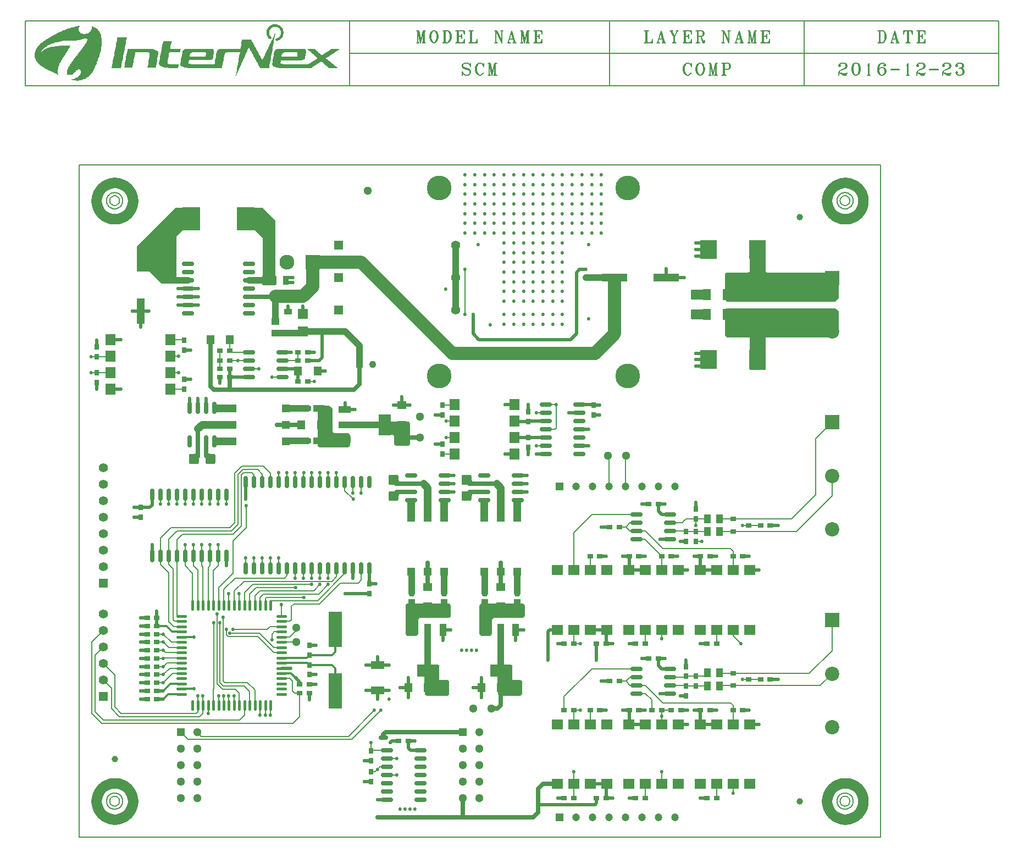
<source format=gbr>
%MOMM*%
%FSLAX33Y33*%
%ADD10C,0.203200*%
%ADD125C,0.200000*%
%ADD128C,1.000000*%
%ADD133C,1.400000*%
%ADD134R,1.400000X1.400000*%
%ADD136C,0.500000*%
%ADD144R,1.350000X1.200000*%
%ADD156R,1.200000X1.200000*%
%ADD157C,1.200000*%
%ADD160R,1.200000X1.800000*%
%ADD163R,1.300000X1.300000*%
%ADD171C,2.300000*%
%ADD172R,2.300000X2.300000*%
%ADD176C,0.700000*%
%ADD177C,2.000000*%
%ADD178C,0.300000*%
%ADD179C,0.530000*%
%ADD180C,0.900000*%
%ADD181R,1.100000X1.100000*%
%ADD182C,1.100000*%
%ADD183C,3.800000*%
%ADD184C,2.200000*%
%ADD185R,2.200000X2.200000*%
%ADD186C,0.100000*%
%ADD187R,0.800000X0.900000*%
%ADD188R,1.520000X1.780000*%
%ADD189R,0.900000X0.800000*%
%ADD190C,0.400000*%
%ADD191C,0.635000*%
%ADD192R,1.200000X4.000000*%
%ADD193R,2.700000X3.600000*%
%ADD194R,1.270000X1.270000*%
%ADD195R,1.200000X1.350000*%
%ADD196R,1.600000X1.500000*%
%ADD197R,1.220000X0.910000*%
%ADD198R,1.250000X1.100000*%
%ADD199R,0.900000X1.400000*%
%ADD200R,2.200000X1.400000*%
%ADD201R,2.000000X5.500000*%
%ADD202R,1.700000X1.100000*%
%ADD203R,1.050000X0.800000*%
%ADD204R,1.900000X1.000000*%
%ADD205R,2.000000X1.300000*%
%ADD206R,1.900000X3.300000*%
%ADD207R,3.300000X1.900000*%
%ADD208R,1.000000X1.900000*%
%ADD209R,1.100000X1.700000*%
%ADD210R,0.800000X1.050000*%
%ADD211R,1.780000X1.520000*%
%ADD212R,4.000000X1.200000*%
%ADD213R,1.100000X1.450000*%
%ADD214R,2.500000X3.000000*%
%ADD215R,3.000000X2.500000*%
%ADD216C,1.600000*%
%ADD225C,1.000000*%
%ADD226C,1.200000*%
%ADD227C,1.300000*%
G90*G71*G01*D02*G54D10*X0Y0D02*X123500Y0D01*X123500Y103500D01*
X0Y103500D01*X0Y0D01*X4250Y5500D02*X4274Y5256D01*
X4345Y5022D01*X4461Y4806D01*X4616Y4616D01*X4806Y4461D01*
X5022Y4345D01*X5256Y4274D01*X5500Y4250D01*X5744Y4274D01*
X5978Y4345D01*X6194Y4461D01*X6384Y4616D01*X6539Y4806D01*
X6655Y5022D01*X6726Y5256D01*X6750Y5500D01*X6726Y5744D01*
X6655Y5978D01*X6539Y6194D01*X6384Y6384D01*X6194Y6539D01*
X5978Y6655D01*X5744Y6726D01*X5500Y6750D01*X5256Y6726D01*
X5022Y6655D01*X4806Y6539D01*X4616Y6384D01*X4461Y6194D01*
X4345Y5978D01*X4274Y5744D01*X4250Y5500D01*X4750Y5500D02*
X4764Y5354D01*X4807Y5213D01*X4876Y5083D01*X4970Y4970D01*
X5083Y4876D01*X5213Y4807D01*X5354Y4764D01*X5500Y4750D01*
X5646Y4764D01*X5787Y4807D01*X5917Y4876D01*X6030Y4970D01*
X6124Y5083D01*X6193Y5213D01*X6236Y5354D01*X6250Y5500D01*
X6236Y5646D01*X6193Y5787D01*X6124Y5917D01*X6030Y6030D01*
X5917Y6124D01*X5787Y6193D01*X5646Y6236D01*X5500Y6250D01*
X5354Y6236D01*X5213Y6193D01*X5083Y6124D01*X4970Y6030D01*
X4876Y5917D01*X4807Y5787D01*X4764Y5646D01*X4750Y5500D01*
X116750Y5500D02*X116774Y5256D01*X116845Y5022D01*X116961Y4806D01*
X117116Y4616D01*X117306Y4461D01*X117522Y4345D01*X117756Y4274D01*
X118000Y4250D01*X118244Y4274D01*X118478Y4345D01*X118694Y4461D01*
X118884Y4616D01*X119039Y4806D01*X119155Y5022D01*X119226Y5256D01*
X119250Y5500D01*X119226Y5744D01*X119155Y5978D01*X119039Y6194D01*
X118884Y6384D01*X118694Y6539D01*X118478Y6655D01*X118244Y6726D01*
X118000Y6750D01*X117756Y6726D01*X117522Y6655D01*X117306Y6539D01*
X117116Y6384D01*X116961Y6194D01*X116845Y5978D01*X116774Y5744D01*
X116750Y5500D01*X117250Y5500D02*X117264Y5354D01*X117307Y5213D01*
X117376Y5083D01*X117470Y4970D01*X117583Y4876D01*X117713Y4807D01*
X117854Y4764D01*X118000Y4750D01*X118146Y4764D01*X118287Y4807D01*
X118417Y4876D01*X118530Y4970D01*X118624Y5083D01*X118693Y5213D01*
X118736Y5354D01*X118750Y5500D01*X118736Y5646D01*X118693Y5787D01*
X118624Y5917D01*X118530Y6030D01*X118417Y6124D01*X118287Y6193D01*
X118146Y6236D01*X118000Y6250D01*X117854Y6236D01*X117713Y6193D01*
X117583Y6124D01*X117470Y6030D01*X117376Y5917D01*X117307Y5787D01*
X117264Y5646D01*X117250Y5500D01*X4250Y98000D02*X4274Y97756D01*
X4345Y97522D01*X4461Y97306D01*X4616Y97116D01*X4806Y96961D01*
X5022Y96845D01*X5256Y96774D01*X5500Y96750D01*X5744Y96774D01*
X5978Y96845D01*X6194Y96961D01*X6384Y97116D01*X6539Y97306D01*
X6655Y97522D01*X6726Y97756D01*X6750Y98000D01*X6726Y98244D01*
X6655Y98478D01*X6539Y98694D01*X6384Y98884D01*X6194Y99039D01*
X5978Y99155D01*X5744Y99226D01*X5500Y99250D01*X5256Y99226D01*
X5022Y99155D01*X4806Y99039D01*X4616Y98884D01*X4461Y98694D01*
X4345Y98478D01*X4274Y98244D01*X4250Y98000D01*X4750Y98000D02*
X4764Y97854D01*X4807Y97713D01*X4876Y97583D01*X4970Y97470D01*
X5083Y97376D01*X5213Y97307D01*X5354Y97264D01*X5500Y97250D01*
X5646Y97264D01*X5787Y97307D01*X5917Y97376D01*X6030Y97470D01*
X6124Y97583D01*X6193Y97713D01*X6236Y97854D01*X6250Y98000D01*
X6236Y98146D01*X6193Y98287D01*X6124Y98417D01*X6030Y98530D01*
X5917Y98624D01*X5787Y98693D01*X5646Y98736D01*X5500Y98750D01*
X5354Y98736D01*X5213Y98693D01*X5083Y98624D01*X4970Y98530D01*
X4876Y98417D01*X4807Y98287D01*X4764Y98146D01*X4750Y98000D01*
X116750Y98000D02*X116774Y97756D01*X116845Y97522D01*X116961Y97306D01*
X117116Y97116D01*X117306Y96961D01*X117522Y96845D01*X117756Y96774D01*
X118000Y96750D01*X118244Y96774D01*X118478Y96845D01*X118694Y96961D01*
X118884Y97116D01*X119039Y97306D01*X119155Y97522D01*X119226Y97756D01*
X119250Y98000D01*X119226Y98244D01*X119155Y98478D01*X119039Y98694D01*
X118884Y98884D01*X118694Y99039D01*X118478Y99155D01*X118244Y99226D01*
X118000Y99250D01*X117756Y99226D01*X117522Y99155D01*X117306Y99039D01*
X117116Y98884D01*X116961Y98694D01*X116845Y98478D01*X116774Y98244D01*
X116750Y98000D01*X117250Y98000D02*X117264Y97854D01*X117307Y97713D01*
X117376Y97583D01*X117470Y97470D01*X117583Y97376D01*X117713Y97307D01*
X117854Y97264D01*X118000Y97250D01*X118146Y97264D01*X118287Y97307D01*
X118417Y97376D01*X118530Y97470D01*X118624Y97583D01*X118693Y97713D01*
X118736Y97854D01*X118750Y98000D01*X118736Y98146D01*X118693Y98287D01*
X118624Y98417D01*X118530Y98530D01*X118417Y98624D01*X118287Y98693D01*
X118146Y98736D01*X118000Y98750D01*X117854Y98736D01*X117713Y98693D01*
X117583Y98624D01*X117470Y98530D01*X117376Y98417D01*X117307Y98287D01*
X117264Y98146D01*X117250Y98000D01*D02*G54D125*X2500Y28020D02*
X2500Y19250D01*X3750Y18000D02*X2500Y19250D01*X2000Y30060D02*
X2000Y19000D01*X3500Y17500D02*X2000Y19000D01*X4900Y74020D02*
X4900Y74000D01*X4900Y71480D02*X4900Y71500D01*X5000Y22940D02*
X5000Y19750D01*X6250Y18500D02*X5000Y19750D01*X5500Y24980D02*
X5500Y20000D01*X6500Y19000D02*X5500Y20000D01*X16250Y69000D02*
X16250Y68940D01*X16250Y76560D02*X16250Y76500D01*X18905Y52733D02*
X18905Y51250D01*X17635Y52733D02*X17635Y51250D01*X16365Y52733D02*
X16365Y51250D01*X15095Y52733D02*X15095Y51250D01*X13825Y52733D02*
X13825Y51250D01*X12555Y52733D02*X12555Y51250D01*X18905Y45000D02*
X18905Y43268D01*X19100Y41555D02*X19100Y35700D01*X18905Y43268D02*
X18905Y41750D01*X19100Y41555D02*X18905Y41750D01*X18300Y41085D02*
X18300Y35700D01*X17635Y43268D02*X17635Y41750D01*X18300Y41085D02*
X17635Y41750D01*X17635Y45000D02*X17635Y43268D01*X17500Y40615D02*
X17500Y35700D01*X16365Y43268D02*X16365Y41750D01*X17500Y40615D02*
X16365Y41750D01*X16365Y45000D02*X16365Y43268D01*X15095Y43268D02*
X15095Y34000D01*X15095Y45750D02*X15095Y43268D01*X14500Y41325D02*
X14500Y33450D01*X14750Y33200D02*X14500Y33450D01*X13825Y43268D02*
X13825Y42000D01*X14500Y41325D02*X13825Y42000D01*X13825Y45875D02*
X13825Y43268D01*X13875Y40680D02*X13875Y33150D01*X14625Y32400D02*
X13875Y33150D01*X12555Y43268D02*X12555Y42000D01*X13875Y40680D02*
X12555Y42000D01*X12555Y46000D02*X12555Y43268D01*X19100Y19000D02*
X19100Y20300D01*X19100Y21750D02*X19100Y20300D01*X18300Y19250D02*
X18300Y20300D01*X18300Y21750D02*X18300Y20300D01*X24700Y22125D02*
X24700Y20300D01*X21250Y34375D02*X21250Y23625D01*X22125Y22750D02*
X21250Y23625D01*X22250Y33875D02*X22250Y24000D01*X22500Y23750D02*
X22250Y24000D01*X26300Y22375D02*X26300Y20300D01*X21750Y33000D02*
X21750Y23750D01*X22250Y23250D02*X21750Y23750D01*X20700Y22750D02*
X20700Y20300D01*X20750Y33000D02*X20750Y22800D01*X20700Y22750D02*
X20750Y22800D01*X22750Y32000D02*X22750Y31125D01*X23000Y30875D02*
X22750Y31125D01*X23900Y20300D02*X23900Y21750D01*X23100Y21750D02*
X23100Y20300D01*X21500Y20300D02*X21500Y21750D01*X21750Y72125D02*
X21750Y73375D01*X21750Y73375D02*X21750Y74875D01*X23250Y76625D02*
X23250Y74875D01*X23250Y74875D02*X23250Y74655D01*X26168Y73375D02*
X26168Y73385D01*X25500Y18750D02*X25500Y20300D01*X21500Y38375D02*
X21500Y35700D01*X23750Y45625D02*X23750Y40625D01*X21500Y38375D02*
X23750Y40625D01*X25750Y51000D02*X25750Y47625D01*X23750Y45625D02*
X25750Y47625D01*X22715Y52733D02*X22715Y51250D01*X21445Y52733D02*
X21445Y51250D01*X20175Y52733D02*X20175Y51250D01*X20700Y41005D02*
X20700Y35700D01*X21445Y43268D02*X21445Y41750D01*X20700Y41005D02*
X21445Y41750D01*X21445Y45000D02*X21445Y43268D01*X19900Y41475D02*
X19900Y35700D01*X20175Y43268D02*X20175Y41750D01*X19900Y41475D02*
X20175Y41750D01*X20175Y45000D02*X20175Y43268D01*X25725Y41350D02*
X25725Y43000D01*X25000Y55750D02*X25000Y47875D01*X23750Y46625D02*
X25000Y47875D01*X24500Y55875D02*X24500Y48125D01*X23500Y47125D02*
X24500Y48125D01*X24000Y56000D02*X24000Y48375D01*X23250Y47625D02*
X24000Y48375D01*X22300Y21750D02*X22300Y20300D01*X22300Y38125D02*
X22300Y35700D01*X23100Y37500D02*X23100Y35700D01*X23900Y37875D02*
X23900Y35700D01*X24700Y37500D02*X24700Y35700D01*X25500Y37625D02*
X25500Y35700D01*X26300Y37375D02*X26300Y35700D01*X19900Y19000D02*
X19900Y20300D01*X33500Y32250D02*X33500Y31800D01*X32500Y30800D02*
X33500Y31800D01*X27100Y22625D02*X27100Y20300D01*X33750Y74625D02*
X33750Y73375D01*X33750Y73385D02*X33750Y73375D01*X27750Y72125D02*
X27750Y72115D01*X29500Y18750D02*X29500Y20300D01*X28700Y18750D02*
X28700Y20300D01*X27900Y18750D02*X27900Y20300D01*X32875Y22500D02*
X32875Y24025D01*X32500Y24400D02*X32875Y24025D01*X31200Y35750D02*
X31200Y34000D01*X28700Y36750D02*X28700Y35700D01*X29500Y36375D02*
X29500Y35700D01*X32750Y35500D02*X32750Y33450D01*X32500Y33200D02*
X32750Y33450D01*X33345Y56125D02*X33345Y54650D01*X32075Y56125D02*
X32075Y54650D01*X30805Y56125D02*X30805Y54650D01*X30805Y41350D02*
X30805Y43000D01*X29535Y41350D02*X29535Y43000D01*X28265Y41350D02*
X28265Y43000D01*X26995Y41350D02*X26995Y43000D01*X26995Y54650D02*
X26995Y55750D01*X26620Y56125D02*X26995Y55750D01*X28265Y54650D02*
X28265Y55875D01*X27515Y56625D02*X28265Y55875D01*X29535Y54650D02*
X29535Y56000D01*X28410Y57125D02*X29535Y56000D01*X32075Y41350D02*
X32075Y40250D01*X31700Y39875D02*X32075Y40250D01*X33345Y41350D02*
X33345Y39875D01*X27100Y37125D02*X27100Y35700D01*X27900Y36875D02*
X27900Y35700D01*X29750Y30375D02*X29750Y31250D01*X30100Y31600D02*
X29750Y31250D01*X34000Y18500D02*X34000Y22125D01*X34615Y41350D02*
X34615Y39875D01*X40965Y41350D02*X40965Y40590D01*X36750Y36375D02*
X40965Y40590D01*X39695Y56125D02*X39695Y54650D01*X38425Y56125D02*
X38425Y54650D01*X37155Y56125D02*X37155Y54650D01*X35885Y56125D02*
X35885Y54650D01*X34615Y56125D02*X34615Y54650D01*X39695Y41350D02*
X39695Y40070D01*X39000Y39375D02*X39695Y40070D01*X40965Y54650D02*
X40965Y53285D01*X42250Y52000D02*X40965Y53285D01*X35885Y41350D02*
X35885Y39875D01*X37155Y41350D02*X37155Y39875D01*X38425Y41350D02*
X38425Y39875D01*X43505Y54650D02*X43505Y53000D01*X43505Y41350D02*
X43505Y39625D01*X43005Y39125D02*X43505Y39625D01*X42235Y54650D02*
X42235Y53000D01*X45000Y13250D02*X45000Y13310D01*X45000Y13310D02*
X45000Y14500D01*X56625Y61500D02*X56625Y61480D01*X57900Y59000D02*
X57900Y58940D01*X57900Y66500D02*X57900Y66560D01*X59500Y80500D02*
X59500Y87405D01*X76250Y19500D02*X76250Y17350D01*X76230Y8150D02*
X76230Y10000D01*X76250Y6000D02*X76250Y8150D01*X76230Y46885D02*
X76230Y41100D01*X73500Y63000D02*X73500Y66560D01*X76250Y31900D02*
X76250Y29750D01*X74750Y19500D02*X74750Y21655D01*X79000Y25905D02*
X74750Y21655D01*X81620Y58750D02*X81620Y54000D01*X84160Y58750D02*
X84160Y54000D01*X78750Y17350D02*X78750Y19500D01*X78750Y43250D02*
X78750Y41100D01*X89750Y18625D02*X89750Y17350D01*X89750Y19500D02*
X89750Y18625D01*X89770Y8150D02*X89770Y10000D01*X87250Y6000D02*
X87250Y8150D01*X87250Y31900D02*X87250Y29750D01*X89750Y41100D02*
X89750Y43250D01*X89770Y31900D02*X89770Y30500D01*X88250Y19500D02*
X88250Y21095D01*X87250Y22095D02*X88250Y21095D01*X93500Y24635D02*
X93500Y24750D01*X96825Y25250D02*X96825Y24750D01*X98675Y23250D02*
X98675Y23300D01*X93500Y23365D02*X93500Y23250D01*X98675Y25250D02*
X98675Y25200D01*X98250Y8150D02*X98250Y6000D01*X98250Y29750D02*
X98250Y31900D01*X98675Y47000D02*X98675Y47050D01*X98675Y49000D02*
X98675Y48950D01*X93500Y47115D02*X93500Y47000D01*X95000Y48000D02*
X95000Y49000D01*X100750Y20250D02*X100750Y19500D01*X100750Y17350D02*
X100750Y19500D01*X100770Y6750D02*X100770Y8150D01*X100770Y31900D02*
X100770Y30980D01*X102000Y29750D02*X100770Y30980D01*X100750Y43250D02*
X100750Y41100D01*X100750Y44000D02*X100750Y43250D01*X113500Y52700D02*
X113500Y61375D01*X116000Y63875D02*X113500Y61375D01*X116000Y28700D02*
X116000Y33400D01*X116000Y52550D02*X116000Y55625D01*X76250Y8150D02*
X76230Y8150D01*X98230Y8150D02*X98250Y8150D01*X87250Y8150D02*
X87230Y8150D01*X47418Y9500D02*X49000Y9500D01*X45000Y10000D02*
X45605Y10000D01*X45980Y10375D02*X45605Y10000D01*X89750Y17350D02*
X89770Y17350D01*X76250Y17350D02*X76230Y17350D01*X78770Y17350D02*
X78750Y17350D01*X100770Y17350D02*X100750Y17350D01*X49000Y12040D02*
X47418Y12040D01*X3500Y17500D02*X33000Y17500D01*X34000Y18500D02*
X33000Y17500D01*X47418Y13310D02*X45000Y13310D01*X47418Y10770D02*
X46375Y10770D01*X45980Y10375D02*X46375Y10770D01*X18860Y15500D02*
X41500Y15500D01*X45500Y19500D02*X41500Y15500D01*X16820Y15000D02*
X42000Y15000D01*X46500Y19500D02*X42000Y15000D01*X91250Y19500D02*
X89750Y19500D01*X77250Y19500D02*X76250Y19500D01*X22125Y22750D02*
X24075Y22750D01*X24700Y22125D02*X24075Y22750D01*X22500Y23750D02*
X25975Y23750D01*X27100Y22625D02*X25975Y23750D01*X22250Y23250D02*
X25425Y23250D01*X26300Y22375D02*X25425Y23250D01*X91083Y24635D02*
X93500Y24635D01*X95000Y24750D02*X93500Y24750D01*X96825Y24750D02*
X95000Y24750D01*X100825Y23300D02*X114150Y23300D01*X116000Y25150D02*
X114150Y23300D01*X98675Y23300D02*X100825Y23300D01*X93500Y23250D02*
X95000Y23250D01*X91083Y23365D02*X93500Y23365D01*X96825Y23250D02*
X95000Y23250D01*X103175Y24250D02*X102250Y24250D01*X103175Y24250D02*
X105000Y24250D01*X100825Y25200D02*X112500Y25200D01*X116000Y28700D02*
X112500Y25200D01*X98675Y25200D02*X100825Y25200D01*X84885Y23365D02*
X85918Y23365D01*X89990Y20625D02*X100375Y20625D01*X100750Y20250D02*
X100375Y20625D01*X85918Y23365D02*X87250Y23365D01*X89990Y20625D02*
X87250Y23365D01*X83250Y24000D02*X84250Y24000D01*X84885Y24635D02*
X85918Y24635D01*X12000Y25000D02*X13000Y25000D01*X12000Y23750D02*
X13000Y23750D01*X14450Y25200D02*X15800Y25200D01*X3750Y18000D02*
X24750Y18000D01*X25500Y18750D02*X24750Y18000D01*X32500Y24400D02*
X31200Y24400D01*X34000Y22125D02*X33250Y22125D01*X32875Y22500D02*
X33250Y22125D01*X6250Y18500D02*X18600Y18500D01*X19100Y19000D02*
X18600Y18500D01*X6500Y19000D02*X18050Y19000D01*X18300Y19250D02*
X18050Y19000D01*X87250Y22095D02*X85918Y22095D01*X32500Y30800D02*
X31200Y30800D01*X29400Y32400D02*X31200Y32400D01*X23750Y32000D02*
X29000Y32000D01*X29400Y32400D02*X29000Y32000D01*X30000Y28400D02*
X31200Y28400D01*X23000Y30875D02*X27525Y30875D01*X30000Y28400D02*
X27525Y30875D01*X30000Y29200D02*X31200Y29200D01*X23250Y31375D02*
X27825Y31375D01*X30000Y29200D02*X27825Y31375D01*X33500Y30000D02*
X31200Y30000D01*X12000Y31250D02*X13000Y31250D01*X14250Y30000D02*
X15800Y30000D01*X13800Y29200D02*X15800Y29200D01*X12000Y30000D02*
X13000Y30000D01*X12000Y28750D02*X13000Y28750D01*X13350Y28400D02*
X15800Y28400D01*X13100Y27600D02*X15800Y27600D01*X13000Y27500D02*
X12000Y27500D01*X12000Y26250D02*X13000Y26250D01*X13550Y26800D02*
X15800Y26800D01*X14000Y26000D02*X15800Y26000D01*X98250Y31900D02*
X98230Y31900D01*X87230Y31900D02*X87250Y31900D01*X14625Y32400D02*
X15800Y32400D01*X76230Y31900D02*X76250Y31900D01*X76250Y29750D02*
X77250Y29750D01*X79000Y25905D02*X85918Y25905D01*X30100Y31600D02*
X31200Y31600D01*X34625Y36875D02*X28825Y36875D01*X28700Y36750D02*
X28825Y36875D01*X36750Y36375D02*X29500Y36375D01*X32500Y33200D02*
X31200Y33200D01*X37000Y35875D02*X33125Y35875D01*X32750Y35500D02*
X33125Y35875D01*X43005Y39125D02*X40250Y39125D01*X37000Y35875D02*
X40250Y39125D01*X15095Y34000D02*X15800Y34000D01*X14750Y33200D02*
X15800Y33200D01*X39000Y39375D02*X25400Y39375D01*X23900Y37875D02*
X25400Y39375D01*X35875Y38875D02*X26750Y38875D01*X25500Y37625D02*
X26750Y38875D01*X33375Y38375D02*X27300Y38375D01*X26300Y37375D02*
X27300Y38375D01*X36155Y37875D02*X27850Y37875D01*X27100Y37125D02*
X27850Y37875D01*X36925Y37375D02*X28400Y37375D01*X27900Y36875D02*
X28400Y37375D01*X98675Y47050D02*X100825Y47050D01*X100825Y47050D02*
X110500Y47050D01*X116000Y52550D02*X110500Y47050D01*X96825Y47000D02*
X95000Y47000D01*X91083Y47115D02*X93500Y47115D01*X95000Y47000D02*
X93500Y47000D01*X100750Y41100D02*X100770Y41100D01*X89990Y44375D02*
X100375Y44375D01*X100750Y44000D02*X100375Y44375D01*X85918Y47115D02*
X87250Y47115D01*X89990Y44375D02*X87250Y47115D01*X84885Y47115D02*
X85918Y47115D01*X78750Y41100D02*X78770Y41100D01*X87155Y45845D02*
X85918Y45845D01*X89770Y41100D02*X89750Y41100D01*X23750Y46625D02*
X15970Y46625D01*X15095Y45750D02*X15970Y46625D01*X23500Y47125D02*
X15075Y47125D01*X13825Y45875D02*X15075Y47125D01*X31700Y39875D02*
X24050Y39875D01*X22300Y38125D02*X24050Y39875D01*X96000Y45500D02*
X95000Y45500D01*X100825Y48950D02*X109750Y48950D01*X113500Y52700D02*
X109750Y48950D01*X98675Y48950D02*X100825Y48950D01*X103175Y48000D02*
X102250Y48000D01*X103175Y48000D02*X105000Y48000D01*X84885Y48385D02*
X85918Y48385D01*X83250Y47750D02*X84250Y47750D01*X85918Y49655D02*
X79000Y49655D01*X76230Y46885D02*X79000Y49655D01*X23250Y47625D02*
X14180Y47625D01*X12555Y46000D02*X14180Y47625D01*X95000Y49000D02*
X96825Y49000D01*X93500Y49000D02*X95000Y49000D01*X91083Y48385D02*
X92885Y48385D01*X93500Y49000D02*X92885Y48385D01*X81500Y58750D02*
X81620Y58750D01*X84250Y58750D02*X84160Y58750D01*X56625Y61480D02*
X57900Y61480D01*X56000Y59000D02*X57900Y59000D01*X71918Y60210D02*
X70500Y60210D01*X34625Y56125D02*X34615Y56125D01*X26620Y56125D02*
X25375Y56125D01*X25000Y55750D02*X25375Y56125D01*X27515Y56625D02*
X25250Y56625D01*X24500Y55875D02*X25250Y56625D01*X28410Y57125D02*
X25125Y57125D01*X24000Y56000D02*X25125Y57125D01*X56625Y64020D02*
X57900Y64020D01*X16250Y68940D02*X14100Y68940D01*X56000Y66500D02*
X57900Y66500D01*X71918Y65290D02*X70500Y65290D01*X71918Y62750D02*
X73250Y62750D01*X73500Y63000D02*X73250Y62750D01*X73500Y66560D02*
X71918Y66560D01*X4900Y74000D02*X2750Y74000D01*X2750Y74000D02*
X1875Y74000D01*X23250Y74655D02*X26168Y74655D01*X36250Y70125D02*
X35250Y70125D01*X24500Y73375D02*X26168Y73375D01*X23250Y73375D02*
X24500Y73375D01*X31333Y73385D02*X33750Y73385D01*X29750Y70845D02*
X31333Y70845D01*X14100Y71480D02*X15375Y71480D01*X27750Y72115D02*
X26168Y72115D01*X14100Y74020D02*X15375Y74020D01*X4900Y71500D02*
X2750Y71500D01*X2750Y71500D02*X1875Y71500D01*X14100Y76560D02*
X16250Y76560D01*X15660Y16160D02*X16820Y15000D01*X18200Y16160D02*
X18860Y15500D01*X3750Y24190D02*X5000Y22940D01*X3750Y26730D02*
X5500Y24980D01*X3750Y29270D02*X2500Y28020D01*X3750Y31810D02*
X2000Y30060D01*X37155Y38875D02*X36155Y37875D01*X38425Y38875D02*
X36925Y37375D01*X89750Y43250D02*X87155Y45845D01*X84250Y47750D02*
X84885Y47115D01*X84250Y47750D02*X84885Y48385D01*X13000Y23750D02*
X14450Y25200D01*X13000Y25000D02*X14000Y26000D01*X13000Y26250D02*
X13550Y26800D01*X13000Y27500D02*X13100Y27600D01*X13000Y28750D02*
X13350Y28400D01*X13000Y30000D02*X13800Y29200D01*X13000Y31250D02*
X14250Y30000D01*X84250Y24000D02*X84885Y24635D01*X84250Y24000D02*
X84885Y23365D01*X41700Y125700D02*X-8300Y125700D01*X-8300Y115700D01*
X41700Y115700D01*X41700Y120700D02*X141700Y120700D01*X81700Y125700D02*
X81700Y115700D01*X41700Y125700D02*X141700Y125700D01*X141700Y115700D02*
X41700Y115700D01*X41700Y125700D02*X41700Y115700D01*X141700Y125700D02*
X141700Y115700D01*X111700Y125700D02*X111700Y115700D01*X117141Y118836D02*
X117141Y118745D01*X117232Y118745D01*X117232Y118836D01*X117141Y118836D01*
X117141Y118927D02*X117232Y118927D01*X117323Y118836D01*X117323Y118745D01*
X117232Y118655D01*X117141Y118655D01*X117050Y118745D01*X117050Y118836D01*
X117141Y119018D01*X117232Y119109D01*X117505Y119170D01*X117882Y119170D01*
X118155Y119109D01*X118246Y119018D01*X118350Y118836D01*X118350Y118655D01*
X118246Y118503D01*X117973Y118321D01*X117505Y118139D01*X117323Y118048D01*
X117141Y117867D01*X117050Y117624D01*X117050Y117352D01*X118155Y119018D02*
X118246Y118836D01*X118246Y118655D01*X118155Y118503D01*X117882Y119170D02*
X118064Y119109D01*X118155Y118836D01*X118155Y118655D01*X118064Y118503D01*
X117882Y118321D01*X117505Y118139D01*X117050Y117533D02*X117141Y117624D01*
X117323Y117624D01*X117778Y117533D01*X118155Y117533D01*X118350Y117624D01*
X117323Y117624D02*X117778Y117442D01*X118155Y117442D01*X118246Y117533D01*
X117323Y117624D02*X117778Y117352D01*X118155Y117352D01*X118246Y117442D01*
X118350Y117624D01*X118350Y117776D01*X119596Y119170D02*X119323Y119109D01*
X119141Y118836D01*X119050Y118412D01*X119050Y118139D01*X119141Y117715D01*
X119323Y117442D01*X119596Y117352D01*X119791Y117352D01*X120064Y117442D01*
X120246Y117715D01*X120350Y118139D01*X120350Y118412D01*X120246Y118836D01*
X120064Y119109D01*X119791Y119170D01*X119596Y119170D01*X119323Y119018D02*
X119232Y118836D01*X119141Y118503D01*X119141Y118048D01*X119232Y117715D01*
X119323Y117533D01*X120064Y117533D02*X120155Y117715D01*X120246Y118048D01*
X120246Y118503D01*X120155Y118836D01*X120064Y119018D01*X119596Y119170D02*
X119414Y119109D01*X119323Y118927D01*X119232Y118503D01*X119232Y118048D01*
X119323Y117624D01*X119414Y117442D01*X119596Y117352D01*X119791Y117352D02*
X119973Y117442D01*X120064Y117624D01*X120155Y118048D01*X120155Y118503D01*
X120064Y118927D01*X119973Y119109D01*X119791Y119170D01*X121635Y119018D02*
X121635Y117352D01*X121687Y119018D02*X121687Y117442D01*X121726Y119170D02*
X121726Y117352D01*X121726Y119170D02*X121596Y118927D01*X121518Y118836D01*
X121479Y117352D02*X121895Y117352D01*X121635Y117442D02*X121557Y117352D01*
X121635Y117533D02*X121596Y117352D01*X121726Y117533D02*X121765Y117352D01*
X121726Y117442D02*X121804Y117352D01*X124064Y118927D02*X124064Y118836D01*
X124155Y118836D01*X124155Y118927D01*X124064Y118927D01*X124155Y119018D02*
X124064Y119018D01*X123973Y118927D01*X123973Y118836D01*X124064Y118745D01*
X124155Y118745D01*X124246Y118836D01*X124246Y118927D01*X124155Y119109D01*
X123973Y119170D01*X123700Y119170D01*X123414Y119109D01*X123232Y118927D01*
X123141Y118745D01*X123050Y118412D01*X123050Y117867D01*X123141Y117624D01*
X123323Y117442D01*X123596Y117352D01*X123791Y117352D01*X124064Y117442D01*
X124246Y117624D01*X124350Y117867D01*X124350Y117958D01*X124246Y118230D01*
X124064Y118412D01*X123791Y118503D01*X123596Y118503D01*X123414Y118412D01*
X123323Y118321D01*X123232Y118139D01*X123323Y118927D02*X123232Y118745D01*
X123141Y118412D01*X123141Y117867D01*X123232Y117624D01*X123323Y117533D01*
X124155Y117624D02*X124246Y117776D01*X124246Y118048D01*X124155Y118230D01*
X123700Y119170D02*X123505Y119109D01*X123414Y119018D01*X123323Y118836D01*
X123232Y118503D01*X123232Y117867D01*X123323Y117624D01*X123414Y117442D01*
X123596Y117352D01*X123791Y117352D02*X123973Y117442D01*X124064Y117533D01*
X124155Y117776D01*X124155Y118048D01*X124064Y118321D01*X123973Y118412D01*
X123791Y118503D01*X125050Y118230D02*X126350Y118230D01*X126350Y118139D01*
X125050Y118230D02*X125050Y118139D01*X126350Y118139D01*X127635Y119018D02*
X127635Y117352D01*X127687Y119018D02*X127687Y117442D01*X127726Y119170D02*
X127726Y117352D01*X127726Y119170D02*X127596Y118927D01*X127518Y118836D01*
X127479Y117352D02*X127895Y117352D01*X127635Y117442D02*X127557Y117352D01*
X127635Y117533D02*X127596Y117352D01*X127726Y117533D02*X127765Y117352D01*
X127726Y117442D02*X127804Y117352D01*X129141Y118836D02*X129141Y118745D01*
X129232Y118745D01*X129232Y118836D01*X129141Y118836D01*X129141Y118927D02*
X129232Y118927D01*X129323Y118836D01*X129323Y118745D01*X129232Y118655D01*
X129141Y118655D01*X129050Y118745D01*X129050Y118836D01*X129141Y119018D01*
X129232Y119109D01*X129505Y119170D01*X129882Y119170D01*X130155Y119109D01*
X130246Y119018D01*X130350Y118836D01*X130350Y118655D01*X130246Y118503D01*
X129973Y118321D01*X129505Y118139D01*X129323Y118048D01*X129141Y117867D01*
X129050Y117624D01*X129050Y117352D01*X130155Y119018D02*X130246Y118836D01*
X130246Y118655D01*X130155Y118503D01*X129882Y119170D02*X130064Y119109D01*
X130155Y118836D01*X130155Y118655D01*X130064Y118503D01*X129882Y118321D01*
X129505Y118139D01*X129050Y117533D02*X129141Y117624D01*X129323Y117624D01*
X129778Y117533D01*X130155Y117533D01*X130350Y117624D01*X129323Y117624D02*
X129778Y117442D01*X130155Y117442D01*X130246Y117533D01*X129323Y117624D02*
X129778Y117352D01*X130155Y117352D01*X130246Y117442D01*X130350Y117624D01*
X130350Y117776D01*X131050Y118230D02*X132350Y118230D01*X132350Y118139D01*
X131050Y118230D02*X131050Y118139D01*X132350Y118139D01*X133141Y118836D02*
X133141Y118745D01*X133232Y118745D01*X133232Y118836D01*X133141Y118836D01*
X133141Y118927D02*X133232Y118927D01*X133323Y118836D01*X133323Y118745D01*
X133232Y118655D01*X133141Y118655D01*X133050Y118745D01*X133050Y118836D01*
X133141Y119018D01*X133232Y119109D01*X133505Y119170D01*X133882Y119170D01*
X134155Y119109D01*X134246Y119018D01*X134350Y118836D01*X134350Y118655D01*
X134246Y118503D01*X133973Y118321D01*X133505Y118139D01*X133323Y118048D01*
X133141Y117867D01*X133050Y117624D01*X133050Y117352D01*X134155Y119018D02*
X134246Y118836D01*X134246Y118655D01*X134155Y118503D01*X133882Y119170D02*
X134064Y119109D01*X134155Y118836D01*X134155Y118655D01*X134064Y118503D01*
X133882Y118321D01*X133505Y118139D01*X133050Y117533D02*X133141Y117624D01*
X133323Y117624D01*X133778Y117533D01*X134155Y117533D01*X134350Y117624D01*
X133323Y117624D02*X133778Y117442D01*X134155Y117442D01*X134246Y117533D01*
X133323Y117624D02*X133778Y117352D01*X134155Y117352D01*X134246Y117442D01*
X134350Y117624D01*X134350Y117776D01*X135141Y118836D02*X135141Y118745D01*
X135232Y118745D01*X135232Y118836D01*X135141Y118836D01*X135141Y118927D02*
X135232Y118927D01*X135323Y118836D01*X135323Y118745D01*X135232Y118655D01*
X135141Y118655D01*X135050Y118745D01*X135050Y118836D01*X135141Y119018D01*
X135232Y119109D01*X135505Y119170D01*X135882Y119170D01*X136155Y119109D01*
X136246Y118927D01*X136246Y118655D01*X136155Y118503D01*X135882Y118412D01*
X136064Y119109D02*X136155Y118927D01*X136155Y118655D01*X136064Y118503D01*
X135791Y119170D02*X135973Y119109D01*X136064Y118927D01*X136064Y118655D01*
X135973Y118503D01*X135791Y118412D01*X135596Y118412D02*X135882Y118412D01*
X136064Y118321D01*X136246Y118139D01*X136350Y117958D01*X136350Y117715D01*
X136246Y117533D01*X136155Y117442D01*X135882Y117352D01*X135505Y117352D01*
X135232Y117442D01*X135141Y117533D01*X135050Y117715D01*X135050Y117776D01*
X135141Y117867D01*X135232Y117867D01*X135323Y117776D01*X135323Y117715D01*
X135232Y117624D01*X135141Y117624D01*X136155Y118139D02*X136246Y117958D01*
X136246Y117715D01*X136155Y117533D01*X135791Y118412D02*X135973Y118321D01*
X136064Y118230D01*X136155Y117958D01*X136155Y117715D01*X136064Y117442D01*
X135882Y117352D01*X135141Y117776D02*X135141Y117715D01*X135232Y117715D01*
X135232Y117776D01*X135141Y117776D01*X123271Y124170D02*X123271Y122352D01*
X123349Y124109D02*X123349Y122442D01*X123427Y124170D02*X123427Y122352D01*
X123050Y124170D02*X123804Y124170D01*X124038Y124109D01*X124194Y123927D01*
X124272Y123745D01*X124350Y123503D01*X124350Y123048D01*X124272Y122776D01*
X124194Y122624D01*X124038Y122442D01*X123804Y122352D01*X123050Y122352D01*
X124116Y123927D02*X124194Y123745D01*X124272Y123503D01*X124272Y123048D01*
X124194Y122776D01*X124116Y122624D01*X123804Y124170D02*X123960Y124109D01*
X124116Y123836D01*X124194Y123503D01*X124194Y123048D01*X124116Y122715D01*
X123960Y122442D01*X123804Y122352D01*X123115Y124170D02*X123271Y124109D01*
X123193Y124170D02*X123271Y124018D01*X123505Y124170D02*X123427Y124018D01*
X123583Y124170D02*X123427Y124109D01*X123271Y122442D02*X123115Y122352D01*
X123271Y122533D02*X123193Y122352D01*X123427Y122533D02*X123505Y122352D01*
X123427Y122442D02*X123583Y122352D01*X125700Y124170D02*X125193Y122442D01*
X125622Y123927D02*X126051Y122352D01*X125700Y123927D02*X126129Y122352D01*
X125700Y124170D02*X126194Y122352D01*X125336Y122867D02*X125986Y122867D01*
X125050Y122352D02*X125479Y122352D01*X125843Y122352D02*X126350Y122352D01*
X125193Y122442D02*X125115Y122352D01*X125193Y122442D02*X125336Y122352D01*
X126051Y122442D02*X125908Y122352D01*X126051Y122533D02*X125986Y122352D01*
X126129Y122533D02*X126272Y122352D01*X127050Y124170D02*X127050Y123655D01*
X127609Y124170D02*X127609Y122352D01*X127700Y124109D02*X127700Y122442D01*
X127778Y124170D02*X127778Y122352D01*X128350Y124170D02*X128350Y123655D01*
X127050Y124170D02*X128350Y124170D01*X127375Y122352D02*X128012Y122352D01*
X127128Y124170D02*X127050Y123655D01*X127206Y124170D02*X127050Y123927D01*
X127284Y124170D02*X127050Y124018D01*X127453Y124170D02*X127050Y124109D01*
X127934Y124170D02*X128350Y124109D01*X128103Y124170D02*X128350Y124018D01*
X128181Y124170D02*X128350Y123927D01*X128259Y124170D02*X128350Y123655D01*
X127609Y122442D02*X127453Y122352D01*X127609Y122533D02*X127531Y122352D01*
X127778Y122533D02*X127856Y122352D01*X127778Y122442D02*X127934Y122352D01*
X129284Y124170D02*X129284Y122352D01*X129362Y124109D02*X129362Y122442D01*
X129453Y124170D02*X129453Y122352D01*X129050Y124170D02*X130350Y124170D01*
X130350Y123655D01*X129453Y123321D02*X129934Y123321D01*X129934Y123655D02*
X129934Y122958D01*X129050Y122352D02*X130350Y122352D01*X130350Y122867D01*
X129128Y124170D02*X129284Y124109D01*X129206Y124170D02*X129284Y124018D01*
X129531Y124170D02*X129453Y124018D01*X129609Y124170D02*X129453Y124109D01*
X129934Y124170D02*X130350Y124109D01*X130103Y124170D02*X130350Y124018D01*
X130181Y124170D02*X130350Y123927D01*X130259Y124170D02*X130350Y123655D01*
X129934Y123655D02*X129856Y123321D01*X129934Y122958D01*X129934Y123503D02*
X129778Y123321D01*X129934Y123139D01*X129934Y123412D02*X129609Y123321D01*
X129934Y123230D01*X129284Y122442D02*X129128Y122352D01*X129284Y122533D02*
X129206Y122352D01*X129453Y122533D02*X129531Y122352D01*X129453Y122442D02*
X129609Y122352D01*X129934Y122352D02*X130350Y122442D01*X130103Y122352D02*
X130350Y122533D01*X130181Y122352D02*X130350Y122624D01*X130259Y122352D02*
X130350Y122867D01*X87310Y124170D02*X87310Y122352D01*X87388Y124109D02*
X87388Y122442D01*X87479Y124170D02*X87479Y122352D01*X87050Y124170D02*
X87739Y124170D01*X87050Y122352D02*X88350Y122352D01*X88350Y122867D01*
X87128Y124170D02*X87310Y124109D01*X87219Y124170D02*X87310Y124018D01*
X87570Y124170D02*X87479Y124018D01*X87648Y124170D02*X87479Y124109D01*
X87310Y122442D02*X87128Y122352D01*X87310Y122533D02*X87219Y122352D01*
X87479Y122533D02*X87570Y122352D01*X87479Y122442D02*X87648Y122352D01*
X87908Y122352D02*X88350Y122442D01*X88077Y122352D02*X88350Y122533D01*
X88168Y122352D02*X88350Y122624D01*X88259Y122352D02*X88350Y122867D01*
X89700Y124170D02*X89193Y122442D01*X89622Y123927D02*X90051Y122352D01*
X89700Y123927D02*X90129Y122352D01*X89700Y124170D02*X90194Y122352D01*
X89336Y122867D02*X89986Y122867D01*X89050Y122352D02*X89479Y122352D01*
X89843Y122352D02*X90350Y122352D01*X89193Y122442D02*X89115Y122352D01*
X89193Y122442D02*X89336Y122352D01*X90051Y122442D02*X89908Y122352D01*
X90051Y122533D02*X89986Y122352D01*X90129Y122533D02*X90272Y122352D01*
X91180Y124170D02*X91622Y123230D01*X91622Y122352D01*X91245Y124170D02*
X91687Y123230D01*X91687Y122442D01*X91297Y124170D02*X91765Y123230D01*
X91765Y122352D01*X92142Y124109D02*X91765Y123230D01*X91050Y124170D02*
X91505Y124170D01*X91947Y124170D02*X92350Y124170D01*X91440Y122352D02*
X91947Y122352D01*X91115Y124170D02*X91245Y124109D01*X91440Y124170D02*
X91297Y124109D01*X92025Y124170D02*X92142Y124109D01*X92272Y124170D02*
X92142Y124109D01*X91622Y122442D02*X91505Y122352D01*X91622Y122533D02*
X91557Y122352D01*X91765Y122533D02*X91817Y122352D01*X91765Y122442D02*
X91882Y122352D01*X93284Y124170D02*X93284Y122352D01*X93362Y124109D02*
X93362Y122442D01*X93453Y124170D02*X93453Y122352D01*X93050Y124170D02*
X94350Y124170D01*X94350Y123655D01*X93453Y123321D02*X93934Y123321D01*
X93934Y123655D02*X93934Y122958D01*X93050Y122352D02*X94350Y122352D01*
X94350Y122867D01*X93128Y124170D02*X93284Y124109D01*X93206Y124170D02*
X93284Y124018D01*X93531Y124170D02*X93453Y124018D01*X93609Y124170D02*
X93453Y124109D01*X93934Y124170D02*X94350Y124109D01*X94103Y124170D02*
X94350Y124018D01*X94181Y124170D02*X94350Y123927D01*X94259Y124170D02*
X94350Y123655D01*X93934Y123655D02*X93856Y123321D01*X93934Y122958D01*
X93934Y123503D02*X93778Y123321D01*X93934Y123139D01*X93934Y123412D02*
X93609Y123321D01*X93934Y123230D01*X93284Y122442D02*X93128Y122352D01*
X93284Y122533D02*X93206Y122352D01*X93453Y122533D02*X93531Y122352D01*
X93453Y122442D02*X93609Y122352D01*X93934Y122352D02*X94350Y122442D01*
X94103Y122352D02*X94350Y122533D01*X94181Y122352D02*X94350Y122624D01*
X94259Y122352D02*X94350Y122867D01*X95258Y124170D02*X95258Y122352D01*
X95336Y124109D02*X95336Y122442D01*X95401Y124170D02*X95401Y122352D01*
X95050Y124170D02*X95908Y124170D01*X96129Y124109D01*X96194Y124018D01*
X96272Y123836D01*X96272Y123655D01*X96194Y123503D01*X96129Y123412D01*
X95908Y123321D01*X95401Y123321D01*X96129Y124018D02*X96194Y123836D01*
X96194Y123655D01*X96129Y123503D01*X95908Y124170D02*X96051Y124109D01*
X96129Y123927D01*X96129Y123564D01*X96051Y123412D01*X95908Y123321D01*
X95687Y123321D02*X95843Y123230D01*X95908Y123048D01*X96051Y122533D01*
X96129Y122352D01*X96272Y122352D01*X96350Y122533D01*X96350Y122715D01*
X96051Y122715D02*X96129Y122533D01*X96194Y122442D01*X96272Y122442D01*
X95843Y123230D02*X95908Y123139D01*X96129Y122624D01*X96194Y122533D01*
X96272Y122533D01*X96350Y122624D01*X95050Y122352D02*X95622Y122352D01*
X95115Y124170D02*X95258Y124109D01*X95193Y124170D02*X95258Y124018D01*
X95479Y124170D02*X95401Y124018D01*X95544Y124170D02*X95401Y124109D01*
X95258Y122442D02*X95115Y122352D01*X95258Y122533D02*X95193Y122352D01*
X95401Y122533D02*X95479Y122352D01*X95401Y122442D02*X95544Y122352D01*
X99232Y124170D02*X99232Y122442D01*X99232Y124170D02*X100142Y122352D01*
X99310Y124170D02*X100077Y122624D01*X99362Y124170D02*X100142Y122624D01*
X100142Y124109D02*X100142Y122352D01*X99050Y124170D02*X99362Y124170D01*
X99960Y124170D02*X100350Y124170D01*X99050Y122352D02*X99427Y122352D01*
X99102Y124170D02*X99232Y124109D01*X100025Y124170D02*X100142Y124109D01*
X100285Y124170D02*X100142Y124109D01*X99232Y122442D02*X99102Y122352D01*
X99232Y122442D02*X99362Y122352D01*X101700Y124170D02*X101193Y122442D01*
X101622Y123927D02*X102051Y122352D01*X101700Y123927D02*X102129Y122352D01*
X101700Y124170D02*X102194Y122352D01*X101336Y122867D02*X101986Y122867D01*
X101050Y122352D02*X101479Y122352D01*X101843Y122352D02*X102350Y122352D01*
X101193Y122442D02*X101115Y122352D01*X101193Y122442D02*X101336Y122352D01*
X102051Y122442D02*X101908Y122352D01*X102051Y122533D02*X101986Y122352D01*
X102129Y122533D02*X102272Y122352D01*X103219Y124170D02*X103219Y122442D01*
X103219Y124170D02*X103635Y122352D01*X103284Y124170D02*X103635Y122624D01*
X103336Y124170D02*X103687Y122624D01*X104051Y124170D02*X103635Y122352D01*
X104051Y124170D02*X104051Y122352D01*X104103Y124109D02*X104103Y122442D01*
X104168Y124170D02*X104168Y122352D01*X103050Y124170D02*X103336Y124170D01*
X104051Y124170D02*X104350Y124170D01*X103050Y122352D02*X103401Y122352D01*
X103869Y122352D02*X104350Y122352D01*X103102Y124170D02*X103219Y124109D01*
X104220Y124170D02*X104168Y124018D01*X104285Y124170D02*X104168Y124109D01*
X103219Y122442D02*X103102Y122352D01*X103219Y122442D02*X103336Y122352D01*
X104051Y122442D02*X103934Y122352D01*X104051Y122533D02*X103986Y122352D01*
X104168Y122533D02*X104220Y122352D01*X104168Y122442D02*X104285Y122352D01*
X105284Y124170D02*X105284Y122352D01*X105362Y124109D02*X105362Y122442D01*
X105453Y124170D02*X105453Y122352D01*X105050Y124170D02*X106350Y124170D01*
X106350Y123655D01*X105453Y123321D02*X105934Y123321D01*X105934Y123655D02*
X105934Y122958D01*X105050Y122352D02*X106350Y122352D01*X106350Y122867D01*
X105128Y124170D02*X105284Y124109D01*X105206Y124170D02*X105284Y124018D01*
X105531Y124170D02*X105453Y124018D01*X105609Y124170D02*X105453Y124109D01*
X105934Y124170D02*X106350Y124109D01*X106103Y124170D02*X106350Y124018D01*
X106181Y124170D02*X106350Y123927D01*X106259Y124170D02*X106350Y123655D01*
X105934Y123655D02*X105856Y123321D01*X105934Y122958D01*X105934Y123503D02*
X105778Y123321D01*X105934Y123139D01*X105934Y123412D02*X105609Y123321D01*
X105934Y123230D01*X105284Y122442D02*X105128Y122352D01*X105284Y122533D02*
X105206Y122352D01*X105453Y122533D02*X105531Y122352D01*X105453Y122442D02*
X105609Y122352D01*X105934Y122352D02*X106350Y122442D01*X106103Y122352D02*
X106350Y122533D01*X106181Y122352D02*X106350Y122624D01*X106259Y122352D02*
X106350Y122867D01*X52219Y124170D02*X52219Y122442D01*X52219Y124170D02*
X52635Y122352D01*X52284Y124170D02*X52635Y122624D01*X52336Y124170D02*
X52687Y122624D01*X53051Y124170D02*X52635Y122352D01*X53051Y124170D02*
X53051Y122352D01*X53103Y124109D02*X53103Y122442D01*X53168Y124170D02*
X53168Y122352D01*X52050Y124170D02*X52336Y124170D01*X53051Y124170D02*
X53350Y124170D01*X52050Y122352D02*X52401Y122352D01*X52869Y122352D02*
X53350Y122352D01*X52102Y124170D02*X52219Y124109D01*X53220Y124170D02*
X53168Y124018D01*X53285Y124170D02*X53168Y124109D01*X52219Y122442D02*
X52102Y122352D01*X52219Y122442D02*X52336Y122352D01*X53051Y122442D02*
X52934Y122352D01*X53051Y122533D02*X52986Y122352D01*X53168Y122533D02*
X53220Y122352D01*X53168Y122442D02*X53285Y122352D01*X54609Y124170D02*
X54375Y124109D01*X54206Y123927D01*X54128Y123745D01*X54050Y123412D01*
X54050Y123139D01*X54128Y122776D01*X54206Y122624D01*X54375Y122442D01*
X54609Y122352D01*X54778Y122352D01*X55025Y122442D01*X55181Y122624D01*
X55259Y122776D01*X55350Y123139D01*X55350Y123412D01*X55259Y123745D01*
X55181Y123927D01*X55025Y124109D01*X54778Y124170D01*X54609Y124170D01*
X54284Y123927D02*X54206Y123745D01*X54128Y123503D01*X54128Y123048D01*
X54206Y122776D01*X54284Y122624D01*X55103Y122624D02*X55181Y122776D01*
X55259Y123048D01*X55259Y123503D01*X55181Y123745D01*X55103Y123927D01*
X54609Y124170D02*X54453Y124109D01*X54284Y123836D01*X54206Y123503D01*
X54206Y123048D01*X54284Y122715D01*X54453Y122442D01*X54609Y122352D01*
X54778Y122352D02*X54934Y122442D01*X55103Y122715D01*X55181Y123048D01*
X55181Y123503D01*X55103Y123836D01*X54934Y124109D01*X54778Y124170D01*
X56271Y124170D02*X56271Y122352D01*X56349Y124109D02*X56349Y122442D01*
X56427Y124170D02*X56427Y122352D01*X56050Y124170D02*X56804Y124170D01*
X57038Y124109D01*X57194Y123927D01*X57272Y123745D01*X57350Y123503D01*
X57350Y123048D01*X57272Y122776D01*X57194Y122624D01*X57038Y122442D01*
X56804Y122352D01*X56050Y122352D01*X57116Y123927D02*X57194Y123745D01*
X57272Y123503D01*X57272Y123048D01*X57194Y122776D01*X57116Y122624D01*
X56804Y124170D02*X56960Y124109D01*X57116Y123836D01*X57194Y123503D01*
X57194Y123048D01*X57116Y122715D01*X56960Y122442D01*X56804Y122352D01*
X56115Y124170D02*X56271Y124109D01*X56193Y124170D02*X56271Y124018D01*
X56505Y124170D02*X56427Y124018D01*X56583Y124170D02*X56427Y124109D01*
X56271Y122442D02*X56115Y122352D01*X56271Y122533D02*X56193Y122352D01*
X56427Y122533D02*X56505Y122352D01*X56427Y122442D02*X56583Y122352D01*
X58284Y124170D02*X58284Y122352D01*X58362Y124109D02*X58362Y122442D01*
X58453Y124170D02*X58453Y122352D01*X58050Y124170D02*X59350Y124170D01*
X59350Y123655D01*X58453Y123321D02*X58934Y123321D01*X58934Y123655D02*
X58934Y122958D01*X58050Y122352D02*X59350Y122352D01*X59350Y122867D01*
X58128Y124170D02*X58284Y124109D01*X58206Y124170D02*X58284Y124018D01*
X58531Y124170D02*X58453Y124018D01*X58609Y124170D02*X58453Y124109D01*
X58934Y124170D02*X59350Y124109D01*X59103Y124170D02*X59350Y124018D01*
X59181Y124170D02*X59350Y123927D01*X59259Y124170D02*X59350Y123655D01*
X58934Y123655D02*X58856Y123321D01*X58934Y122958D01*X58934Y123503D02*
X58778Y123321D01*X58934Y123139D01*X58934Y123412D02*X58609Y123321D01*
X58934Y123230D01*X58284Y122442D02*X58128Y122352D01*X58284Y122533D02*
X58206Y122352D01*X58453Y122533D02*X58531Y122352D01*X58453Y122442D02*
X58609Y122352D01*X58934Y122352D02*X59350Y122442D01*X59103Y122352D02*
X59350Y122533D01*X59181Y122352D02*X59350Y122624D01*X59259Y122352D02*
X59350Y122867D01*X60310Y124170D02*X60310Y122352D01*X60388Y124109D02*
X60388Y122442D01*X60479Y124170D02*X60479Y122352D01*X60050Y124170D02*
X60739Y124170D01*X60050Y122352D02*X61350Y122352D01*X61350Y122867D01*
X60128Y124170D02*X60310Y124109D01*X60219Y124170D02*X60310Y124018D01*
X60570Y124170D02*X60479Y124018D01*X60648Y124170D02*X60479Y124109D01*
X60310Y122442D02*X60128Y122352D01*X60310Y122533D02*X60219Y122352D01*
X60479Y122533D02*X60570Y122352D01*X60479Y122442D02*X60648Y122352D01*
X60908Y122352D02*X61350Y122442D01*X61077Y122352D02*X61350Y122533D01*
X61168Y122352D02*X61350Y122624D01*X61259Y122352D02*X61350Y122867D01*
X64232Y124170D02*X64232Y122442D01*X64232Y124170D02*X65142Y122352D01*
X64310Y124170D02*X65077Y122624D01*X64362Y124170D02*X65142Y122624D01*
X65142Y124109D02*X65142Y122352D01*X64050Y124170D02*X64362Y124170D01*
X64960Y124170D02*X65350Y124170D01*X64050Y122352D02*X64427Y122352D01*
X64102Y124170D02*X64232Y124109D01*X65025Y124170D02*X65142Y124109D01*
X65285Y124170D02*X65142Y124109D01*X64232Y122442D02*X64102Y122352D01*
X64232Y122442D02*X64362Y122352D01*X66700Y124170D02*X66193Y122442D01*
X66622Y123927D02*X67051Y122352D01*X66700Y123927D02*X67129Y122352D01*
X66700Y124170D02*X67194Y122352D01*X66336Y122867D02*X66986Y122867D01*
X66050Y122352D02*X66479Y122352D01*X66843Y122352D02*X67350Y122352D01*
X66193Y122442D02*X66115Y122352D01*X66193Y122442D02*X66336Y122352D01*
X67051Y122442D02*X66908Y122352D01*X67051Y122533D02*X66986Y122352D01*
X67129Y122533D02*X67272Y122352D01*X68219Y124170D02*X68219Y122442D01*
X68219Y124170D02*X68635Y122352D01*X68284Y124170D02*X68635Y122624D01*
X68336Y124170D02*X68687Y122624D01*X69051Y124170D02*X68635Y122352D01*
X69051Y124170D02*X69051Y122352D01*X69103Y124109D02*X69103Y122442D01*
X69168Y124170D02*X69168Y122352D01*X68050Y124170D02*X68336Y124170D01*
X69051Y124170D02*X69350Y124170D01*X68050Y122352D02*X68401Y122352D01*
X68869Y122352D02*X69350Y122352D01*X68102Y124170D02*X68219Y124109D01*
X69220Y124170D02*X69168Y124018D01*X69285Y124170D02*X69168Y124109D01*
X68219Y122442D02*X68102Y122352D01*X68219Y122442D02*X68336Y122352D01*
X69051Y122442D02*X68934Y122352D01*X69051Y122533D02*X68986Y122352D01*
X69168Y122533D02*X69220Y122352D01*X69168Y122442D02*X69285Y122352D01*
X70284Y124170D02*X70284Y122352D01*X70362Y124109D02*X70362Y122442D01*
X70453Y124170D02*X70453Y122352D01*X70050Y124170D02*X71350Y124170D01*
X71350Y123655D01*X70453Y123321D02*X70934Y123321D01*X70934Y123655D02*
X70934Y122958D01*X70050Y122352D02*X71350Y122352D01*X71350Y122867D01*
X70128Y124170D02*X70284Y124109D01*X70206Y124170D02*X70284Y124018D01*
X70531Y124170D02*X70453Y124018D01*X70609Y124170D02*X70453Y124109D01*
X70934Y124170D02*X71350Y124109D01*X71103Y124170D02*X71350Y124018D01*
X71181Y124170D02*X71350Y123927D01*X71259Y124170D02*X71350Y123655D01*
X70934Y123655D02*X70856Y123321D01*X70934Y122958D01*X70934Y123503D02*
X70778Y123321D01*X70934Y123139D01*X70934Y123412D02*X70609Y123321D01*
X70934Y123230D01*X70284Y122442D02*X70128Y122352D01*X70284Y122533D02*
X70206Y122352D01*X70453Y122533D02*X70531Y122352D01*X70453Y122442D02*
X70609Y122352D01*X70934Y122352D02*X71350Y122442D01*X71103Y122352D02*
X71350Y122533D01*X71181Y122352D02*X71350Y122624D01*X71259Y122352D02*
X71350Y122867D01*X60246Y118927D02*X60350Y119170D01*X60350Y118655D01*
X60246Y118927D01*X60064Y119109D01*X59778Y119170D01*X59505Y119170D01*
X59232Y119109D01*X59050Y118927D01*X59050Y118655D01*X59141Y118503D01*
X59414Y118321D01*X59973Y118139D01*X60155Y118048D01*X60246Y117867D01*
X60246Y117624D01*X60155Y117442D01*X59141Y118655D02*X59232Y118503D01*
X59414Y118412D01*X59973Y118230D01*X60155Y118139D01*X60246Y117958D01*
X59232Y119109D02*X59141Y118927D01*X59141Y118745D01*X59232Y118564D01*
X59414Y118503D01*X59973Y118321D01*X60246Y118139D01*X60350Y117958D01*
X60350Y117715D01*X60246Y117533D01*X60155Y117442D01*X59882Y117352D01*
X59596Y117352D01*X59323Y117442D01*X59141Y117624D01*X59050Y117867D01*
X59050Y117352D01*X59141Y117624D01*X62259Y118927D02*X62350Y119170D01*
X62350Y118655D01*X62259Y118927D01*X62077Y119109D01*X61908Y119170D01*
X61648Y119170D01*X61388Y119109D01*X61219Y118927D01*X61128Y118745D01*
X61050Y118503D01*X61050Y118048D01*X61128Y117776D01*X61219Y117624D01*
X61388Y117442D01*X61648Y117352D01*X61908Y117352D01*X62077Y117442D01*
X62259Y117624D01*X62350Y117776D01*X61297Y118927D02*X61219Y118745D01*
X61128Y118503D01*X61128Y118048D01*X61219Y117776D01*X61297Y117624D01*
X61648Y119170D02*X61479Y119109D01*X61297Y118836D01*X61219Y118503D01*
X61219Y118048D01*X61297Y117715D01*X61479Y117442D01*X61648Y117352D01*
X63219Y119170D02*X63219Y117442D01*X63219Y119170D02*X63635Y117352D01*
X63284Y119170D02*X63635Y117624D01*X63336Y119170D02*X63687Y117624D01*
X64051Y119170D02*X63635Y117352D01*X64051Y119170D02*X64051Y117352D01*
X64103Y119109D02*X64103Y117442D01*X64168Y119170D02*X64168Y117352D01*
X63050Y119170D02*X63336Y119170D01*X64051Y119170D02*X64350Y119170D01*
X63050Y117352D02*X63401Y117352D01*X63869Y117352D02*X64350Y117352D01*
X63102Y119170D02*X63219Y119109D01*X64220Y119170D02*X64168Y119018D01*
X64285Y119170D02*X64168Y119109D01*X63219Y117442D02*X63102Y117352D01*
X63219Y117442D02*X63336Y117352D01*X64051Y117442D02*X63934Y117352D01*
X64051Y117533D02*X63986Y117352D01*X64168Y117533D02*X64220Y117352D01*
X64168Y117442D02*X64285Y117352D01*X94259Y118927D02*X94350Y119170D01*
X94350Y118655D01*X94259Y118927D01*X94077Y119109D01*X93908Y119170D01*
X93648Y119170D01*X93388Y119109D01*X93219Y118927D01*X93128Y118745D01*
X93050Y118503D01*X93050Y118048D01*X93128Y117776D01*X93219Y117624D01*
X93388Y117442D01*X93648Y117352D01*X93908Y117352D01*X94077Y117442D01*
X94259Y117624D01*X94350Y117776D01*X93297Y118927D02*X93219Y118745D01*
X93128Y118503D01*X93128Y118048D01*X93219Y117776D01*X93297Y117624D01*
X93648Y119170D02*X93479Y119109D01*X93297Y118836D01*X93219Y118503D01*
X93219Y118048D01*X93297Y117715D01*X93479Y117442D01*X93648Y117352D01*
X95609Y119170D02*X95375Y119109D01*X95206Y118927D01*X95128Y118745D01*
X95050Y118412D01*X95050Y118139D01*X95128Y117776D01*X95206Y117624D01*
X95375Y117442D01*X95609Y117352D01*X95778Y117352D01*X96025Y117442D01*
X96181Y117624D01*X96259Y117776D01*X96350Y118139D01*X96350Y118412D01*
X96259Y118745D01*X96181Y118927D01*X96025Y119109D01*X95778Y119170D01*
X95609Y119170D01*X95284Y118927D02*X95206Y118745D01*X95128Y118503D01*
X95128Y118048D01*X95206Y117776D01*X95284Y117624D01*X96103Y117624D02*
X96181Y117776D01*X96259Y118048D01*X96259Y118503D01*X96181Y118745D01*
X96103Y118927D01*X95609Y119170D02*X95453Y119109D01*X95284Y118836D01*
X95206Y118503D01*X95206Y118048D01*X95284Y117715D01*X95453Y117442D01*
X95609Y117352D01*X95778Y117352D02*X95934Y117442D01*X96103Y117715D01*
X96181Y118048D01*X96181Y118503D01*X96103Y118836D01*X95934Y119109D01*
X95778Y119170D01*X97219Y119170D02*X97219Y117442D01*X97219Y119170D02*
X97635Y117352D01*X97284Y119170D02*X97635Y117624D01*X97336Y119170D02*
X97687Y117624D01*X98051Y119170D02*X97635Y117352D01*X98051Y119170D02*
X98051Y117352D01*X98103Y119109D02*X98103Y117442D01*X98168Y119170D02*
X98168Y117352D01*X97050Y119170D02*X97336Y119170D01*X98051Y119170D02*
X98350Y119170D01*X97050Y117352D02*X97401Y117352D01*X97869Y117352D02*
X98350Y117352D01*X97102Y119170D02*X97219Y119109D01*X98220Y119170D02*
X98168Y119018D01*X98285Y119170D02*X98168Y119109D01*X97219Y117442D02*
X97102Y117352D01*X97219Y117442D02*X97336Y117352D01*X98051Y117442D02*
X97934Y117352D01*X98051Y117533D02*X97986Y117352D01*X98168Y117533D02*
X98220Y117352D01*X98168Y117442D02*X98285Y117352D01*X99271Y119170D02*
X99271Y117352D01*X99349Y119109D02*X99349Y117442D01*X99427Y119170D02*
X99427Y117352D01*X99050Y119170D02*X99960Y119170D01*X100194Y119109D01*
X100259Y119018D01*X100350Y118836D01*X100350Y118564D01*X100259Y118412D01*
X100194Y118321D01*X99960Y118230D01*X99427Y118230D01*X100194Y119018D02*
X100259Y118836D01*X100259Y118564D01*X100194Y118412D01*X99960Y119170D02*
X100116Y119109D01*X100194Y118927D01*X100194Y118503D01*X100116Y118321D01*
X99960Y118230D01*X99050Y117352D02*X99661Y117352D01*X99115Y119170D02*
X99271Y119109D01*X99193Y119170D02*X99271Y119018D01*X99505Y119170D02*
X99427Y119018D01*X99583Y119170D02*X99427Y119109D01*X99271Y117442D02*
X99115Y117352D01*X99271Y117533D02*X99193Y117352D01*X99427Y117533D02*
X99505Y117352D01*X99427Y117442D02*X99583Y117352D01*X0Y0D02*D02*
G54D128*X30250Y79425D02*X30250Y83250D01*X29300Y85750D02*X29300Y85770D01*
X31880Y60960D02*X31880Y61000D01*X31880Y66040D02*X31880Y66000D01*
X30250Y77600D02*X30250Y77575D01*X34500Y77900D02*X34500Y77600D01*
X43250Y72750D02*X43250Y75650D01*X41000Y77900D02*X43250Y75650D01*
X51250Y40870D02*X51250Y37525D01*X53750Y31850D02*X53750Y25650D01*
X53750Y25650D02*X53750Y23000D01*X56250Y37525D02*X56250Y40870D01*
X58000Y91125D02*X58000Y86125D01*X58000Y81125D02*X58000Y86125D01*
X62500Y37525D02*X62500Y40870D01*X67500Y40870D02*X67500Y37525D01*
X65000Y25650D02*X65000Y23000D01*X65000Y31850D02*X65000Y25650D01*
X82500Y86125D02*X82500Y86135D01*X82500Y85500D02*X82500Y86125D01*
X56250Y40870D02*X56290Y40870D01*X51210Y40870D02*X51250Y40870D01*
X67540Y40870D02*X67500Y40870D01*X62500Y40870D02*X62460Y40870D01*
X31880Y61000D02*X35225Y61000D01*X31880Y66000D02*X35225Y66000D01*
X49750Y63500D02*X47100Y63500D01*X40900Y63500D02*X47100Y63500D01*
X37500Y77900D02*X34500Y77900D01*X41000Y77900D02*X37500Y77900D01*
X34500Y77600D02*X32250Y77600D01*X32250Y77600D02*X30250Y77600D01*
X82500Y86135D02*X79625Y86135D01*X79625Y86135D02*X78875Y86135D01*
X78875Y86135D02*X78125Y86135D01*X29000Y85770D02*X26233Y85770D01*
X29300Y85770D02*X29000Y85770D01*X14500Y85770D02*X16768Y85770D01*D02*
G54D133*X3750Y24190D03*X3750Y26730D03*X3750Y29270D03*X3750Y31810D03*
X3750Y34350D03*X3750Y41650D03*X3750Y44190D03*X3750Y46730D03*
X3750Y49270D03*X3750Y51810D03*X3750Y54350D03*X3750Y56890D03*
X58000Y81125D03*X58000Y86125D03*X58000Y91125D03*D02*G54D134*
X3750Y21650D03*X3750Y39110D03*X40000Y81125D03*X40000Y86125D03*
X40000Y91125D03*D02*G54D136*X2750Y70000D02*X2750Y69000D01*
X2750Y75500D02*X2750Y76500D01*X11285Y52733D02*X11285Y51125D01*
X10910Y50750D02*X11285Y51125D01*X12000Y33750D02*X12000Y32500D01*
X12000Y33750D02*X12000Y34750D01*X11285Y43268D02*X11285Y45000D01*
X9500Y81000D02*X9500Y78500D01*X18250Y58750D02*X18250Y57750D01*
X17750Y57750D02*X17750Y58750D01*X17250Y58750D02*X17250Y57750D01*
X17095Y66083D02*X17095Y67500D01*X18365Y66083D02*X18365Y67500D01*
X26168Y70875D02*X26168Y70845D01*X23250Y72125D02*X23250Y70875D01*
X22715Y43268D02*X22715Y41750D01*X25725Y54650D02*X25725Y52000D01*
X21750Y70875D02*X21750Y69875D01*X19635Y66083D02*X19635Y67500D01*
X19750Y58750D02*X19750Y57750D01*X20250Y57750D02*X20250Y58750D01*
X20750Y57750D02*X20750Y58750D01*X33750Y72115D02*X33750Y71750D01*
X33750Y71750D02*X33750Y70125D01*X31850Y85750D02*X31850Y85375D01*
X32250Y81750D02*X32250Y80900D01*X31850Y85750D02*X31850Y86125D01*
X35500Y22125D02*X35500Y21125D01*X34000Y23500D02*X34000Y23875D01*
X33375Y24500D02*X34000Y23875D01*X37500Y77900D02*X37500Y73875D01*
X37000Y73375D02*X37500Y73875D01*X41000Y65800D02*X41000Y66875D01*
X34500Y81750D02*X34500Y80600D01*X42235Y41350D02*X42235Y39875D01*
X44775Y41350D02*X44775Y39000D01*X48500Y54500D02*X48500Y55500D01*
X48000Y54500D02*X48000Y55500D01*X46000Y26450D02*X46000Y27750D01*
X46000Y22550D02*X46000Y21250D01*X48500Y52000D02*X48500Y53000D01*
X48000Y53000D02*X48000Y52000D01*X50750Y13685D02*X50750Y14750D01*
X49000Y54500D02*X49000Y55500D01*X50750Y23000D02*X50750Y24500D01*
X50750Y23000D02*X50750Y21500D01*X49750Y66500D02*X49750Y67750D01*
X49000Y53000D02*X49000Y52000D01*X60750Y80500D02*X60750Y77500D01*
X61625Y76625D02*X60750Y77500D01*X60250Y54500D02*X60250Y55500D01*
X59750Y54500D02*X59750Y55500D01*X59250Y54500D02*X59250Y55500D01*
X62000Y23000D02*X62000Y21500D01*X62000Y23000D02*X62000Y24500D01*
X56050Y31850D02*X56050Y30250D01*X60250Y53000D02*X60250Y52000D01*
X59750Y52000D02*X59750Y53000D01*X59250Y53000D02*X59250Y52000D01*
X69250Y64000D02*X69250Y64020D01*X67100Y64020D02*X67100Y64000D01*
X69250Y61500D02*X69250Y61480D01*X67100Y61480D02*X67100Y61500D01*
X69250Y60000D02*X69250Y58875D01*X69250Y66625D02*X69250Y65500D01*
X67300Y31850D02*X67300Y30250D01*X76625Y77500D02*X76625Y86905D01*
X77125Y87405D02*X76625Y86905D01*X72250Y31650D02*X72250Y27250D01*
X84750Y41100D02*X84750Y43250D01*X84750Y17350D02*X84750Y19500D01*
X81250Y8150D02*X81250Y6000D01*X81250Y31900D02*X81250Y29750D01*
X79250Y66500D02*X79250Y66560D01*X79750Y6000D02*X79750Y5250D01*
X79500Y5000D02*X79750Y5250D01*X79750Y29750D02*X79750Y27250D01*
X89250Y50155D02*X89250Y51250D01*X89250Y26405D02*X89250Y27500D01*
X90500Y86125D02*X90500Y87500D01*X96750Y84000D02*X96750Y83500D01*
X96750Y83000D02*X96750Y83500D01*X95500Y83000D02*X95500Y83500D01*
X95000Y83000D02*X95000Y84000D01*X95500Y83500D02*X95500Y84000D01*
X94500Y83000D02*X94500Y84000D01*X96750Y81000D02*X96750Y80500D01*
X96750Y80000D02*X96750Y80500D01*X95500Y80000D02*X95500Y80500D01*
X95000Y80000D02*X95000Y81000D01*X95500Y80500D02*X95500Y81000D01*
X94500Y81000D02*X94500Y80000D01*X95750Y43250D02*X95750Y41100D01*
X95750Y19500D02*X95750Y17350D01*X95000Y50500D02*X95000Y51500D01*
X93500Y26250D02*X93500Y27250D01*X97000Y90500D02*X97000Y91500D01*
X97000Y90500D02*X97000Y89500D01*X97000Y73500D02*X97000Y74500D01*
X97000Y73500D02*X97000Y72500D01*X78770Y8150D02*X81250Y8150D01*
X81250Y8150D02*X81310Y8150D01*X74750Y6000D02*X73750Y6000D01*
X81250Y6000D02*X82250Y6000D01*X85750Y6000D02*X84750Y6000D01*
X96750Y6000D02*X95750Y6000D01*X79500Y5000D02*X70750Y5000D01*
X47418Y5690D02*X46000Y5690D01*X45000Y8500D02*X44000Y8500D01*
X98230Y17350D02*X95750Y17350D01*X87230Y17350D02*X84750Y17350D01*
X84750Y17350D02*X84690Y17350D01*X95750Y17350D02*X95690Y17350D01*
X52583Y13310D02*X51125Y13310D01*X50750Y13685D02*X51125Y13310D01*
X50750Y14750D02*X51750Y14750D01*X103310Y17350D02*X104750Y17350D01*
X92310Y17350D02*X93750Y17350D01*X45000Y11750D02*X44000Y11750D01*
X49250Y14750D02*X48250Y14750D01*X48000Y14500D02*X48250Y14750D01*
X93500Y21750D02*X92625Y21750D01*X95750Y19500D02*X94750Y19500D01*
X80250Y19500D02*X81250Y19500D01*X81750Y24000D02*X80500Y24000D01*
X84750Y19500D02*X83750Y19500D01*X102250Y19500D02*X103250Y19500D01*
X92750Y19500D02*X93750Y19500D01*X10500Y25000D02*X9500Y25000D01*
X10500Y23750D02*X9500Y23750D01*X12000Y21250D02*X13000Y21250D01*
X12000Y22500D02*X13000Y22500D01*X62000Y23000D02*X60750Y23000D01*
X91083Y22095D02*X89500Y22095D01*X97250Y19500D02*X98250Y19500D01*
X86250Y19500D02*X87250Y19500D01*X106500Y24250D02*X107750Y24250D01*
X50750Y23000D02*X49500Y23000D01*X46000Y22550D02*X44250Y22550D01*
X46000Y22550D02*X47750Y22550D01*X35500Y25000D02*X36500Y25000D01*
X10500Y22500D02*X9500Y22500D01*X10500Y21250D02*X9500Y21250D01*
X35500Y23500D02*X36500Y23500D01*X91083Y25905D02*X89750Y25905D01*
X89250Y26405D02*X89750Y25905D01*X89250Y27500D02*X90250Y27500D01*
X81250Y31900D02*X81310Y31900D01*X78770Y31900D02*X81250Y31900D01*
X10500Y31250D02*X9500Y31250D01*X10500Y30000D02*X9500Y30000D01*
X10500Y28750D02*X9500Y28750D01*X10500Y27500D02*X9500Y27500D01*
X10500Y26250D02*X9500Y26250D01*X74750Y29750D02*X73750Y29750D01*
X81250Y29750D02*X82250Y29750D01*X85750Y29750D02*X84750Y29750D01*
X96750Y29750D02*X95750Y29750D01*X67300Y31850D02*X68500Y31850D01*
X46000Y26450D02*X44250Y26450D01*X46000Y26450D02*X47750Y26450D01*
X87750Y27500D02*X86750Y27500D01*X56050Y31850D02*X57250Y31850D01*
X73690Y31900D02*X72500Y31900D01*X72250Y31650D02*X72500Y31900D01*
X31200Y26000D02*X32625Y26000D01*X35500Y29500D02*X36500Y29500D01*
X10500Y32500D02*X9500Y32500D01*X44775Y39000D02*X44750Y39000D01*
X44750Y39000D02*X45750Y39000D01*X10500Y33750D02*X9500Y33750D01*
X44750Y37500D02*X41000Y37500D01*X95750Y41100D02*X95690Y41100D01*
X84750Y41100D02*X84690Y41100D01*X91250Y43250D02*X92250Y43250D01*
X102250Y43250D02*X103250Y43250D01*X84750Y43250D02*X83750Y43250D01*
X80250Y43250D02*X81250Y43250D01*X87230Y41100D02*X84750Y41100D01*
X95750Y43250D02*X94750Y43250D01*X98230Y41100D02*X95750Y41100D01*
X93500Y45500D02*X92625Y45500D01*X86250Y43250D02*X87250Y43250D01*
X97250Y43250D02*X98250Y43250D01*X92310Y41100D02*X93750Y41100D01*
X91083Y45845D02*X89500Y45845D01*X103310Y41100D02*X104750Y41100D01*
X89250Y51250D02*X90250Y51250D01*X81750Y47750D02*X80500Y47750D01*
X91083Y49655D02*X89750Y49655D01*X89250Y50155D02*X89750Y49655D01*
X10910Y50750D02*X9500Y50750D01*X9500Y50750D02*X8500Y50750D01*
X106500Y48000D02*X107750Y48000D01*X87750Y51250D02*X86750Y51250D01*
X9500Y49250D02*X8500Y49250D01*X56333Y53115D02*X57750Y53115D01*
X56333Y54385D02*X57750Y54385D01*X49000Y53000D02*X48500Y53000D01*
X60250Y53000D02*X59750Y53000D01*X67583Y54385D02*X69000Y54385D01*
X67583Y53115D02*X69000Y53115D01*X48500Y53000D02*X48000Y53000D01*
X48500Y52000D02*X49000Y52000D01*X59750Y53000D02*X59250Y53000D01*
X59750Y52000D02*X60250Y52000D01*X59250Y52000D02*X59750Y52000D01*
X48000Y52000D02*X48500Y52000D01*X69250Y61480D02*X71918Y61480D01*
X67100Y61500D02*X69250Y61500D01*X56000Y60500D02*X54875Y60500D01*
X18250Y58750D02*X17750Y58750D01*X18250Y58750D02*X18365Y58750D01*
X49000Y54500D02*X48500Y54500D01*X60250Y54500D02*X59750Y54500D01*
X17750Y58750D02*X17250Y58750D01*X17750Y57750D02*X18250Y57750D01*
X17250Y57750D02*X17750Y57750D01*X48500Y55500D02*X49000Y55500D01*
X48500Y54500D02*X48000Y54500D01*X59750Y55500D02*X60250Y55500D01*
X59750Y54500D02*X59250Y54500D01*X59250Y55500D02*X59750Y55500D01*
X48000Y55500D02*X48500Y55500D01*X71918Y58940D02*X70500Y58940D01*
X78500Y60210D02*X77083Y60210D01*X65625Y58940D02*X67100Y58940D01*
X19635Y58750D02*X19750Y58750D01*X19750Y58750D02*X20250Y58750D01*
X56333Y55655D02*X57750Y55655D01*X67583Y55655D02*X69000Y55655D01*
X19750Y57750D02*X20250Y57750D01*X20250Y58750D02*X20750Y58750D01*
X20250Y57750D02*X20750Y57750D01*X69250Y64020D02*X71918Y64020D01*
X67100Y64000D02*X69250Y64000D01*X4900Y68940D02*X6500Y68940D01*
X56000Y65000D02*X54875Y65000D01*X67100Y66560D02*X65625Y66560D01*
X79250Y66560D02*X77083Y66560D01*X79250Y66500D02*X80250Y66500D01*
X49750Y66500D02*X48500Y66500D01*X49750Y66500D02*X51000Y66500D01*
X40900Y65800D02*X41000Y65800D01*X41000Y65800D02*X42500Y65800D01*
X77083Y65290D02*X75500Y65290D01*X78500Y62750D02*X77083Y62750D01*
X79250Y65000D02*X80250Y65000D01*X31333Y72115D02*X33750Y72115D01*
X16250Y70500D02*X17250Y70500D01*X16250Y75000D02*X17250Y75000D01*
X37000Y73375D02*X35250Y73375D01*X23250Y70875D02*X26168Y70875D01*
X36750Y71750D02*X38000Y71750D01*X31333Y74655D02*X32750Y74655D01*
X36250Y74625D02*X35250Y74625D01*X97000Y73500D02*X95000Y73500D01*
X97000Y74500D02*X95000Y74500D01*X97000Y72500D02*X95000Y72500D01*
X95500Y83000D02*X96750Y83000D01*X96750Y83500D02*X95500Y83500D01*
X95500Y83000D02*X95000Y83000D01*X61625Y76625D02*X75750Y76625D01*
X76625Y77500D02*X75750Y76625D01*X95000Y83000D02*X94500Y83000D01*
X95500Y81000D02*X96750Y81000D01*X95500Y80000D02*X96750Y80000D01*
X96750Y80500D02*X95500Y80500D01*X95500Y81000D02*X95000Y81000D01*
X95500Y80000D02*X95000Y80000D01*X95000Y80000D02*X94500Y80000D01*
X95000Y81000D02*X94500Y81000D01*X4900Y76560D02*X6500Y76560D01*
X16768Y81960D02*X18375Y81960D01*X16768Y83230D02*X18375Y83230D01*
X9500Y81000D02*X8250Y81000D01*X9500Y81000D02*X10750Y81000D01*
X16768Y81960D02*X15250Y81960D01*X16768Y83230D02*X15250Y83230D01*
X95500Y84000D02*X96750Y84000D01*X95500Y84000D02*X95000Y84000D01*
X77125Y87405D02*X78125Y87405D01*X95000Y84000D02*X94500Y84000D01*
X16768Y84500D02*X18375Y84500D01*X31850Y85375D02*X33000Y85375D01*
X31850Y86125D02*X33000Y86125D01*X16768Y84500D02*X15250Y84500D01*
X97000Y90500D02*X95000Y90500D01*X97000Y89500D02*X95000Y89500D01*
X90500Y86125D02*X93250Y86125D01*X97000Y91500D02*X95000Y91500D01*D02*
G54D144*X53750Y35500D03*X65000Y35500D03*X53750Y38500D03*X65000Y38500D03*
X49750Y63500D03*X49750Y66500D03*D02*G54D156*X74000Y3000D03*
X74000Y54000D03*D02*G54D157*X51210Y49130D02*X51210Y51500D01*
X53750Y49130D02*X53750Y53750D01*X53115Y54385D02*X53750Y53750D01*
X56290Y49130D02*X56290Y51500D01*X62460Y49130D02*X62460Y51500D01*
X67540Y49130D02*X67540Y51500D01*X65000Y49130D02*X65000Y53750D01*
X64365Y54385D02*X65000Y53750D01*X23620Y60960D02*X21250Y60960D01*
X23620Y66040D02*X21250Y66040D01*X23620Y63500D02*X19000Y63500D01*
X18365Y62865D02*X19000Y63500D01*D02*G54D160*X96750Y80500D03*
X99750Y80500D03*X96750Y83500D03*X99750Y83500D03*D02*G54D163*
X15660Y16160D03*X59160Y16160D03*D02*G54D171*X32020Y88500D03*D02*G54D172*
X35980Y88500D03*D02*G54D176*X18365Y58750D02*X18365Y60918D01*
X18365Y62865D02*X18365Y60918D01*X20905Y60960D02*X20905Y60918D01*
X20905Y66040D02*X20905Y66083D01*X20250Y76625D02*X20250Y69375D01*
X20750Y68875D02*X20250Y69375D01*X23250Y70875D02*X23250Y68875D01*
X19635Y60918D02*X19635Y58750D01*X30250Y83230D02*X30250Y83250D01*
X29000Y95250D02*X29000Y85770D01*X46875Y15785D02*X46875Y15250D01*
X43250Y72750D02*X43250Y69750D01*X42375Y68875D02*X43250Y69750D01*
X51210Y51500D02*X51210Y51845D01*X49000Y54500D02*X49000Y54385D01*
X53750Y40870D02*X53750Y39625D01*X53750Y38500D02*X53750Y39625D01*
X53750Y40870D02*X53750Y42250D01*X49000Y53115D02*X49000Y53000D01*
X56290Y51500D02*X56290Y51845D01*X62460Y51500D02*X62460Y51845D01*
X60250Y54385D02*X60250Y54500D01*X59160Y6000D02*X59160Y3000D01*
X60250Y53115D02*X60250Y53000D01*X67540Y51500D02*X67540Y51845D01*
X65000Y20250D02*X65000Y22000D01*X65000Y40870D02*X65000Y42250D01*
X65000Y38500D02*X65000Y39625D01*X65000Y40870D02*X65000Y39625D01*
X70750Y7400D02*X70750Y5000D01*X70750Y5000D02*X70750Y3750D01*
X70000Y3000D02*X70750Y3750D01*X46750Y3000D02*X46000Y3000D01*
X47500Y3000D02*X46750Y3000D01*X59160Y3000D02*X47500Y3000D01*
X70000Y3000D02*X59160Y3000D01*X73690Y8150D02*X71500Y8150D01*
X70750Y7400D02*X71500Y8150D01*X59160Y16160D02*X47250Y16160D01*
X46875Y15785D02*X47250Y16160D01*X46500Y15250D02*X46875Y15250D01*
X47250Y15250D02*X46875Y15250D01*X63500Y19750D02*X64500Y19750D01*
X65000Y20250D02*X64500Y19750D01*X56290Y51845D02*X56333Y51845D01*
X51210Y51845D02*X51168Y51845D01*X67540Y51845D02*X67583Y51845D01*
X62460Y51845D02*X62418Y51845D01*X49000Y54385D02*X51168Y54385D01*
X53115Y54385D02*X51168Y54385D01*X64365Y54385D02*X62418Y54385D01*
X62418Y54385D02*X60250Y54385D01*X51168Y53115D02*X49000Y53115D01*
X62418Y53115D02*X60250Y53115D01*X21250Y60960D02*X20905Y60960D01*
X50500Y61500D02*X52500Y61500D01*X21250Y66040D02*X20905Y66040D01*
X42375Y68875D02*X23250Y68875D01*X20750Y68875D02*X23250Y68875D01*
X31880Y63500D02*X33000Y63500D01*X31880Y63500D02*X30500Y63500D01*
X34250Y63500D02*X33000Y63500D01*X26233Y83230D02*X30250Y83230D01*
X25650Y95250D02*X29000Y95250D01*D02*G54D177*X35980Y84730D02*
X35980Y88500D01*X82500Y77500D02*X82500Y85500D01*X57500Y74500D02*
X79500Y74500D01*X82500Y77500D02*X79500Y74500D01*X30250Y83250D02*
X34500Y83250D01*X35980Y84730D02*X34500Y83250D01*X35980Y88500D02*
X43500Y88500D01*X57500Y74500D02*X43500Y88500D01*D02*G54D178*
X39500Y32000D02*X39500Y28500D01*X39000Y28000D02*X39500Y28500D01*
X39500Y22500D02*X39500Y26000D01*X39000Y26500D02*X39500Y26000D01*
X15800Y23600D02*X14100Y23600D01*X13000Y22500D02*X14100Y23600D01*
X15800Y22000D02*X13750Y22000D01*X13000Y21250D02*X13750Y22000D01*
X31200Y25200D02*X32675Y25200D01*X33375Y24500D02*X32675Y25200D01*
X15800Y22800D02*X17750Y22800D01*X35100Y27600D02*X31200Y27600D01*
X39000Y28000D02*X35500Y28000D01*X39000Y26500D02*X35500Y26500D01*
X35200Y26800D02*X31200Y26800D01*X13475Y32500D02*X12000Y32500D01*
X15800Y31600D02*X14375Y31600D01*X13475Y32500D02*X14375Y31600D01*
X15800Y30800D02*X17750Y30800D01*X35500Y26500D02*X35200Y26800D01*
X35500Y28000D02*X35100Y27600D01*D02*G54D179*X49500Y4250D03*
X50250Y4250D03*X47500Y3000D03*X46750Y3000D03*X46000Y5690D03*
X46000Y3000D03*X51000Y4250D03*X51750Y4250D03*X73750Y6000D03*
X82250Y6000D03*X84750Y6000D03*X95750Y6000D03*X100770Y6750D03*
X49000Y9500D03*X49000Y12040D03*X45980Y10375D03*X44000Y8500D03*
X44000Y11750D03*X76230Y10000D03*X89770Y10000D03*X19900Y19000D03*
X29500Y18750D03*X28700Y18750D03*X27900Y18750D03*X46500Y15250D03*
X47250Y15250D03*X45000Y14500D03*X45500Y19500D03*X46500Y19500D03*
X48000Y14500D03*X51750Y14750D03*X77250Y19500D03*X83750Y19500D03*
X81250Y19500D03*X89750Y18625D03*X87250Y19500D03*X93750Y19500D03*
X94750Y19500D03*X98250Y19500D03*X93750Y17350D03*X103250Y19500D03*
X104750Y17350D03*X13000Y25000D03*X13000Y23750D03*X9500Y23750D03*
X9500Y25000D03*X13000Y22500D03*X13000Y21250D03*X9500Y21250D03*
X9500Y22500D03*X23900Y21750D03*X23100Y21750D03*X21500Y21750D03*
X22300Y21750D03*X19100Y21750D03*X18300Y21750D03*X17750Y22800D03*
X33375Y24500D03*X35500Y21125D03*X36500Y23500D03*X36500Y25000D03*
X49500Y23000D03*X47750Y21250D03*X46000Y21250D03*X47750Y22550D03*
X44250Y22550D03*X55000Y22250D03*X55000Y23000D03*X55000Y23750D03*
X55750Y23750D03*X55750Y23000D03*X55750Y22250D03*X56500Y22250D03*
X56500Y23000D03*X56500Y23750D03*X50750Y21500D03*X50750Y24500D03*
X66250Y22250D03*X66250Y23000D03*X66250Y23750D03*X67000Y23750D03*
X67000Y23000D03*X67000Y22250D03*X60750Y23000D03*X62000Y24500D03*
X62000Y21500D03*X67750Y22250D03*X67750Y23000D03*X67750Y23750D03*
X80500Y24000D03*X89500Y22095D03*X92625Y21750D03*X102250Y24250D03*
X107750Y24250D03*X13000Y31250D03*X13000Y30000D03*X13000Y28750D03*
X13000Y27500D03*X13000Y26250D03*X9500Y26250D03*X9500Y27500D03*
X9500Y28750D03*X9500Y30000D03*X9500Y31250D03*X17750Y30800D03*
X29750Y30375D03*X32625Y26000D03*X36500Y29500D03*X46000Y27750D03*
X47750Y26450D03*X44250Y26450D03*X56050Y30250D03*X59000Y28750D03*
X59750Y28750D03*X60500Y28750D03*X61250Y28750D03*X73750Y29750D03*
X67300Y30250D03*X72250Y27250D03*X82250Y29750D03*X77250Y29750D03*
X79750Y27250D03*X90250Y27500D03*X84750Y29750D03*X89770Y30500D03*
X86750Y27500D03*X95750Y29750D03*X93500Y27250D03*X102000Y29750D03*
X12000Y34750D03*X9500Y32500D03*X9500Y33750D03*X21250Y34375D03*
X22250Y33875D03*X21750Y33000D03*X20750Y33000D03*X23750Y32000D03*
X22750Y32000D03*X23250Y31375D03*X31200Y35750D03*X34625Y36875D03*
X57250Y31850D03*X68500Y31850D03*X23100Y37500D03*X24700Y37500D03*
X22715Y41750D03*X33375Y38375D03*X33345Y39875D03*X34615Y39875D03*
X35875Y38875D03*X35885Y39875D03*X37155Y38875D03*X37155Y39875D03*
X38425Y38875D03*X38425Y39875D03*X41000Y37500D03*X45750Y39000D03*
X42235Y39875D03*X53750Y42250D03*X53750Y39625D03*X65000Y39625D03*
X65000Y42250D03*X93750Y41100D03*X104750Y41100D03*X16365Y45000D03*
X11285Y45000D03*X21445Y45000D03*X20175Y45000D03*X18905Y45000D03*
X17635Y45000D03*X30805Y43000D03*X29535Y43000D03*X28265Y43000D03*
X26995Y43000D03*X25725Y43000D03*X81250Y43250D03*X80500Y47750D03*
X83750Y43250D03*X87250Y43250D03*X89500Y45845D03*X92625Y45500D03*
X94750Y43250D03*X92250Y43250D03*X96000Y45500D03*X95000Y48000D03*
X98250Y43250D03*X102250Y48000D03*X103250Y43250D03*X107750Y48000D03*
X8500Y50750D03*X8500Y49250D03*X16365Y51250D03*X15095Y51250D03*
X13825Y51250D03*X12555Y51250D03*X22715Y51250D03*X21445Y51250D03*
X20175Y51250D03*X18905Y51250D03*X17635Y51250D03*X25750Y51000D03*
X25725Y52000D03*X43505Y53000D03*X42235Y53000D03*X42250Y52000D03*
X49000Y52000D03*X48000Y53000D03*X48000Y52000D03*X57750Y53115D03*
X60250Y52000D03*X59250Y53000D03*X59250Y52000D03*X69000Y53115D03*
X90250Y51250D03*X86750Y51250D03*X95000Y51500D03*X18250Y57750D03*
X17250Y58750D03*X17250Y57750D03*X19750Y57750D03*X20750Y57750D03*
X20750Y58750D03*X33345Y56125D03*X32075Y56125D03*X30805Y56125D03*
X39695Y56125D03*X38425Y56125D03*X37155Y56125D03*X35885Y56125D03*
X34625Y56125D03*X49000Y55500D03*X48000Y54500D03*X48000Y55500D03*
X57750Y55655D03*X57750Y54385D03*X60250Y55500D03*X59250Y54500D03*
X59250Y55500D03*X65625Y58940D03*X69250Y58875D03*X70500Y58940D03*
X69000Y54385D03*X69000Y55655D03*X30500Y63500D03*X33000Y63500D03*
X49000Y62250D03*X49750Y62250D03*X49750Y61500D03*X49000Y61500D03*
X49000Y60750D03*X49750Y60750D03*X56625Y64020D03*X56625Y61500D03*
X54875Y60500D03*X54875Y65000D03*X50500Y61500D03*X50500Y62250D03*
X50500Y60750D03*X70500Y60210D03*X70500Y65290D03*X78500Y62750D03*
X80250Y65000D03*X78500Y60210D03*X75500Y65290D03*X6500Y68940D03*
X2750Y69000D03*X17095Y67500D03*X17250Y70500D03*X21750Y69875D03*
X18365Y67500D03*X19635Y67500D03*X29750Y70845D03*X36250Y70125D03*
X41000Y66875D03*X49750Y67750D03*X48500Y66500D03*X42500Y65800D03*
X51000Y66500D03*X65625Y66560D03*X73500Y66560D03*X69250Y66625D03*
X80250Y66500D03*X1875Y74000D03*X1875Y71500D03*X2750Y76500D03*
X6500Y76560D03*X15375Y71480D03*X15375Y74020D03*X24500Y73375D03*
X17250Y75000D03*X27750Y72125D03*X32750Y74655D03*X38000Y71750D03*
X36250Y74625D03*X95000Y72500D03*X95000Y74500D03*X95000Y73500D03*
X8250Y81000D03*X10750Y81000D03*X9500Y78500D03*X15250Y81960D03*
X18375Y81960D03*X32250Y81750D03*X34500Y81750D03*X59500Y80500D03*
X60750Y80500D03*X63375Y78875D03*X65500Y82500D03*X67000Y82500D03*
X65500Y80500D03*X67000Y80500D03*X67000Y79000D03*X65500Y79000D03*
X68500Y82500D03*X70000Y82500D03*X71500Y82500D03*X73000Y82500D03*
X74500Y82500D03*X68500Y80500D03*X70000Y80500D03*X71500Y80500D03*
X73000Y80500D03*X74500Y80500D03*X74500Y79000D03*X73000Y79000D03*
X71500Y79000D03*X70000Y79000D03*X68500Y79000D03*X78500Y79785D03*
X95500Y80000D03*X95500Y81000D03*X94500Y80000D03*X94500Y81000D03*
X10750Y87750D03*X11500Y87750D03*X12250Y87750D03*X13000Y87750D03*
X15250Y83230D03*X15250Y84500D03*X18375Y83230D03*X18375Y84500D03*
X33000Y85375D03*X33000Y86125D03*X56500Y84375D03*X59500Y87405D03*
X65500Y88500D03*X67000Y88500D03*X67000Y87000D03*X65500Y87000D03*
X65500Y85500D03*X67000Y85500D03*X67000Y84000D03*X65500Y84000D03*
X68500Y88500D03*X70000Y88500D03*X71500Y88500D03*X73000Y88500D03*
X74500Y88500D03*X74500Y87000D03*X73000Y87000D03*X71500Y87000D03*
X70000Y87000D03*X68500Y87000D03*X68500Y85500D03*X70000Y85500D03*
X71500Y85500D03*X73000Y85500D03*X74500Y85500D03*X74500Y84000D03*
X73000Y84000D03*X71500Y84000D03*X70000Y84000D03*X68500Y84000D03*
X79625Y86135D03*X78125Y86135D03*X78875Y86135D03*X78125Y87405D03*
X90500Y87500D03*X95500Y83000D03*X95500Y84000D03*X94500Y83000D03*
X94500Y84000D03*X93250Y86125D03*X10750Y90750D03*X10750Y89750D03*
X10750Y88750D03*X11500Y88750D03*X11500Y89750D03*X11500Y90750D03*
X12250Y90750D03*X12250Y89750D03*X12250Y88750D03*X13000Y90750D03*
X13000Y89750D03*X13000Y88750D03*X61500Y91215D03*X59500Y93000D03*
X61000Y93000D03*X62500Y93000D03*X64000Y93000D03*X65500Y93000D03*
X67000Y93000D03*X67000Y91500D03*X65500Y91500D03*X67000Y90000D03*
X65500Y90000D03*X68500Y93000D03*X70000Y93000D03*X71500Y93000D03*
X73000Y93000D03*X74500Y93000D03*X68500Y91500D03*X70000Y91500D03*
X71500Y91500D03*X73000Y91500D03*X74500Y91500D03*X74500Y90000D03*
X73000Y90000D03*X71500Y90000D03*X70000Y90000D03*X68500Y90000D03*
X78500Y91215D03*X80500Y93000D03*X76000Y93000D03*X77500Y93000D03*
X79000Y93000D03*X95000Y89500D03*X95000Y91500D03*X95000Y90500D03*
X59500Y99000D03*X59500Y97500D03*X59500Y96000D03*X59500Y94500D03*
X67000Y99000D03*X65500Y99000D03*X64000Y99000D03*X62500Y99000D03*
X61000Y99000D03*X61000Y97500D03*X62500Y97500D03*X64000Y97500D03*
X65500Y97500D03*X67000Y97500D03*X65500Y96000D03*X67000Y96000D03*
X64000Y96000D03*X62500Y96000D03*X61000Y96000D03*X61000Y94500D03*
X62500Y94500D03*X64000Y94500D03*X65500Y94500D03*X67000Y94500D03*
X74500Y99000D03*X73000Y99000D03*X71500Y99000D03*X70000Y99000D03*
X68500Y99000D03*X68500Y97500D03*X70000Y97500D03*X71500Y97500D03*
X73000Y97500D03*X74500Y97500D03*X74500Y96000D03*X73000Y96000D03*
X71500Y96000D03*X68500Y96000D03*X70000Y96000D03*X68500Y94500D03*
X70000Y94500D03*X71500Y94500D03*X73000Y94500D03*X74500Y94500D03*
X80500Y99000D03*X80500Y94500D03*X80500Y96000D03*X80500Y97500D03*
X79000Y99000D03*X77500Y99000D03*X76000Y99000D03*X76000Y97500D03*
X77500Y97500D03*X79000Y97500D03*X79000Y96000D03*X77500Y96000D03*
X76000Y96000D03*X76000Y94500D03*X77500Y94500D03*X79000Y94500D03*
X59500Y102000D03*X59500Y100500D03*X61000Y102000D03*X62500Y102000D03*
X64000Y102000D03*X65500Y102000D03*X67000Y102000D03*X61000Y100500D03*
X62500Y100500D03*X64000Y100500D03*X65500Y100500D03*X67000Y100500D03*
X68500Y102000D03*X70000Y102000D03*X71500Y102000D03*X73000Y102000D03*
X74500Y102000D03*X68500Y100500D03*X70000Y100500D03*X71500Y100500D03*
X73000Y100500D03*X74500Y100500D03*X80500Y102000D03*X80500Y100500D03*
X76000Y102000D03*X79000Y102000D03*X77500Y102000D03*X76000Y100500D03*
X77500Y100500D03*X79000Y100500D03*D02*G54D180*X5500Y2700D03*
X118000Y2700D03*X8300Y5500D03*X7480Y7480D03*X5500Y8300D03*
X3520Y7480D03*X2700Y5500D03*X3520Y3520D03*X7480Y3520D03*
X116020Y7480D03*X115200Y5500D03*X116020Y3520D03*X120800Y5500D03*
X119980Y7480D03*X118000Y8300D03*X119980Y3520D03*X8300Y98000D03*
X7480Y99980D03*X3520Y99980D03*X2700Y98000D03*X3520Y96020D03*
X5500Y95200D03*X7480Y96020D03*X116020Y99980D03*X115200Y98000D03*
X116020Y96020D03*X120800Y98000D03*X119980Y99980D03*X118000Y95200D03*
X119980Y96020D03*X5500Y100800D03*X118000Y100800D03*D02*G54D181*
X43250Y72750D03*D02*G54D182*X45250Y72750D03*D02*G54D183*X55500Y71000D03*
X84500Y71000D03*X55500Y100000D03*X84500Y100000D03*D02*G54D184*
X116000Y16900D03*X116000Y25150D03*X116000Y47375D03*X116000Y55625D03*
X116000Y77855D03*D02*G54D185*X116000Y33400D03*X116000Y63875D03*
X116000Y86105D03*D02*G54D186*X8925Y87175D02*X10771Y87175D01*
X10771Y87175D02*X12646Y85300D01*X12646Y85300D02*X14729Y85300D01*
X14729Y85300D02*X14950Y85521D01*X14950Y85521D02*X14950Y92521D01*
X14950Y92521D02*X15979Y93550D01*X15979Y93550D02*X18575Y93550D01*
X18575Y93550D02*X18575Y96950D01*X18575Y96950D02*X14896Y96950D01*
X14896Y96950D02*X8925Y90979D01*X8925Y90979D02*X8925Y87175D01*
X24550Y93550D02*X27021Y93550D01*X27021Y93550D02*X28300Y92271D01*
X28300Y92271D02*X28300Y85050D01*X28300Y85050D02*X30200Y85050D01*
X30200Y85050D02*X30200Y94979D01*X30200Y94979D02*X28229Y96950D01*
X28229Y96950D02*X24550Y96950D01*X24550Y96950D02*X24550Y93550D01*
X61675Y31271D02*X61896Y31050D01*X61896Y31050D02*X63354Y31050D01*
X63354Y31050D02*X63575Y31271D01*X63575Y31271D02*X63575Y33521D01*
X63575Y33521D02*X63854Y33800D01*X63854Y33800D02*X68354Y33800D01*
X68354Y33800D02*X68575Y34021D01*X68575Y34021D02*X68575Y35729D01*
X68575Y35729D02*X68354Y35950D01*X68354Y35950D02*X61896Y35950D01*
X61896Y35950D02*X61675Y35729D01*X61675Y35729D02*X61675Y31271D01*
X46300Y62050D02*X48271Y62050D01*X48271Y62050D02*X48550Y61771D01*
X48550Y61771D02*X48550Y60521D01*X48550Y60521D02*X48771Y60300D01*
X48771Y60300D02*X50729Y60300D01*X50729Y60300D02*X50950Y60521D01*
X50950Y60521D02*X50950Y63729D01*X50950Y63729D02*X50729Y63950D01*
X50729Y63950D02*X46300Y63950D01*X46300Y63950D02*X46300Y62050D01*
X36800Y60271D02*X37021Y60050D01*X37021Y60050D02*X41479Y60050D01*
X41479Y60050D02*X41700Y60271D01*X41700Y60271D02*X41700Y61979D01*
X41700Y61979D02*X41479Y62200D01*X41479Y62200D02*X39229Y62200D01*
X39229Y62200D02*X38950Y62479D01*X38950Y62479D02*X38950Y65979D01*
X38950Y65979D02*X38479Y66450D01*X38479Y66450D02*X36800Y66450D01*
X36800Y66450D02*X36800Y60271D01*X99550Y77271D02*X99771Y77050D01*
X99771Y77050D02*X103300Y77050D01*X103300Y77050D02*X103300Y72050D01*
X103300Y72050D02*X105700Y72050D01*X105700Y72050D02*X105700Y77050D01*
X105700Y77050D02*X116479Y77050D01*X116479Y77050D02*X116950Y77521D01*
X116950Y77521D02*X116950Y80979D01*X116950Y80979D02*X116479Y81450D01*
X116479Y81450D02*X99771Y81450D01*X99771Y81450D02*X99550Y81229D01*
X99550Y81229D02*X99550Y77271D01*X99550Y82771D02*X99771Y82550D01*
X99771Y82550D02*X116479Y82550D01*X116479Y82550D02*X116950Y83021D01*
X116950Y83021D02*X116950Y86950D01*X116950Y86950D02*X105700Y86950D01*
X105700Y86950D02*X105700Y91950D01*X105700Y91950D02*X103300Y91950D01*
X103300Y91950D02*X103300Y86950D01*X103300Y86950D02*X99771Y86950D01*
X99771Y86950D02*X99550Y86729D01*X99550Y86729D02*X99550Y82771D01*
X50300Y31271D02*X50521Y31050D01*X50521Y31050D02*X51979Y31050D01*
X51979Y31050D02*X52200Y31271D01*X52200Y31271D02*X52200Y33521D01*
X52200Y33521D02*X52479Y33800D01*X52479Y33800D02*X56979Y33800D01*
X56979Y33800D02*X57200Y34021D01*X57200Y34021D02*X57200Y35729D01*
X57200Y35729D02*X56979Y35950D01*X56979Y35950D02*X50521Y35950D01*
X50521Y35950D02*X50300Y35729D01*X50300Y35729D02*X50300Y31271D01*
X53300Y22021D02*X53521Y21800D01*X53521Y21800D02*X56729Y21800D01*
X56729Y21800D02*X56950Y22021D01*X56950Y22021D02*X56950Y23979D01*
X56950Y23979D02*X56729Y24200D01*X56729Y24200D02*X55450Y24200D01*
X55450Y24200D02*X55450Y26450D01*X55450Y26450D02*X53300Y26450D01*
X53300Y26450D02*X53300Y22021D01*X64550Y22021D02*X64771Y21800D01*
X64771Y21800D02*X67979Y21800D01*X67979Y21800D02*X68200Y22021D01*
X68200Y22021D02*X68200Y23979D01*X68200Y23979D02*X67979Y24200D01*
X67979Y24200D02*X66700Y24200D01*X66700Y24200D02*X66700Y26450D01*
X66700Y26450D02*X64550Y26450D01*X64550Y26450D02*X64550Y22021D01*D02*
G54D187*X45000Y8500D03*X45000Y11750D03*X45000Y13250D03*X45000Y10000D03*
X35500Y25000D03*X93500Y21750D03*X93500Y23250D03*X93500Y24750D03*
X95000Y23250D03*X95000Y24750D03*X35500Y26500D03*X35500Y28000D03*
X35500Y29500D03*X93500Y26250D03*X44750Y37500D03*X44750Y39000D03*
X93500Y47000D03*X93500Y45500D03*X95000Y49000D03*X95000Y47000D03*
X95000Y45500D03*X9500Y50750D03*X9500Y49250D03*X49000Y54500D03*
X49000Y53000D03*X60250Y54500D03*X60250Y53000D03*X95000Y50500D03*
X56000Y59000D03*X69250Y60000D03*X56000Y65000D03*X56000Y60500D03*
X69250Y61500D03*X69250Y64000D03*X69250Y65500D03*X79250Y65000D03*
X2750Y71500D03*X2750Y70000D03*X16250Y69000D03*X16250Y70500D03*
X56000Y66500D03*X79250Y66500D03*X2750Y74000D03*X2750Y75500D03*
X16250Y76500D03*X16250Y75000D03*D02*G54D188*X57900Y58940D03*
X67100Y58940D03*X57900Y66560D03*X57900Y64020D03*X57900Y61480D03*
X67100Y61480D03*X67100Y64020D03*X67100Y66560D03*X4900Y71480D03*
X4900Y68940D03*X14100Y68940D03*X14100Y71480D03*X4900Y76560D03*
X4900Y74020D03*X14100Y74020D03*X14100Y76560D03*D02*G54D189*
X74750Y6000D03*X81250Y6000D03*X79750Y6000D03*X76250Y6000D03*
X87250Y6000D03*X85750Y6000D03*X98250Y6000D03*X96750Y6000D03*
X50750Y14750D03*X49250Y14750D03*X74750Y19500D03*X78750Y19500D03*
X80250Y19500D03*X76250Y19500D03*X84750Y19500D03*X86250Y19500D03*
X91250Y19500D03*X88250Y19500D03*X89750Y19500D03*X95750Y19500D03*
X97250Y19500D03*X92750Y19500D03*X100750Y19500D03*X102250Y19500D03*
X12000Y22500D03*X10500Y22500D03*X12000Y21250D03*X10500Y21250D03*
X10500Y25000D03*X12000Y25000D03*X10500Y23750D03*X12000Y23750D03*
X34000Y23500D03*X34000Y22125D03*X35500Y23500D03*X35500Y22125D03*
X83250Y24000D03*X81750Y24000D03*X100825Y23300D03*X100825Y25200D03*
X106500Y24250D03*X105000Y24250D03*X103175Y24250D03*X10500Y31250D03*
X12000Y31250D03*X10500Y30000D03*X12000Y30000D03*X10500Y28750D03*
X12000Y28750D03*X10500Y27500D03*X12000Y27500D03*X10500Y26250D03*
X12000Y26250D03*X74750Y29750D03*X81250Y29750D03*X79750Y29750D03*
X76250Y29750D03*X89250Y27500D03*X87750Y27500D03*X87250Y29750D03*
X85750Y29750D03*X98250Y29750D03*X96750Y29750D03*X12000Y33750D03*
X10500Y33750D03*X12000Y32500D03*X10500Y32500D03*X83250Y47750D03*
X81750Y47750D03*X78750Y43250D03*X80250Y43250D03*X84750Y43250D03*
X86250Y43250D03*X91250Y43250D03*X89750Y43250D03*X95750Y43250D03*
X97250Y43250D03*X100750Y43250D03*X100825Y47050D03*X100825Y48950D03*
X102250Y43250D03*X106500Y48000D03*X105000Y48000D03*X103175Y48000D03*
X89250Y51250D03*X87750Y51250D03*X18250Y58750D03*X19750Y58750D03*
X23250Y70875D03*X21750Y70875D03*X33750Y70125D03*X35250Y70125D03*
X23250Y74875D03*X21750Y74875D03*X21750Y72125D03*X23250Y72125D03*
X23250Y73375D03*X21750Y73375D03*X33750Y73375D03*X33750Y74625D03*
X35250Y73375D03*X35250Y74625D03*D02*G54D190*X17500Y20900D02*
X17500Y19700D01*X18300Y20900D02*X18300Y19700D01*X19100Y20900D02*
X19100Y19700D01*X19900Y20900D02*X19900Y19700D01*X20700Y20900D02*
X20700Y19700D01*X21500Y20900D02*X21500Y19700D01*X22300Y20900D02*
X22300Y19700D01*X23100Y20900D02*X23100Y19700D01*X23900Y20900D02*
X23900Y19700D01*X24700Y20900D02*X24700Y19700D01*X25500Y20900D02*
X25500Y19700D01*X26300Y20900D02*X26300Y19700D01*X27100Y20900D02*
X27100Y19700D01*X27900Y20900D02*X27900Y19700D01*X28700Y20900D02*
X28700Y19700D01*X29500Y20900D02*X29500Y19700D01*X16400Y25200D02*
X15200Y25200D01*X16400Y24400D02*X15200Y24400D01*X16400Y23600D02*
X15200Y23600D01*X16400Y22800D02*X15200Y22800D01*X16400Y22000D02*
X15200Y22000D01*X31800Y22000D02*X30600Y22000D01*X31800Y22800D02*
X30600Y22800D01*X31800Y23600D02*X30600Y23600D01*X31800Y24400D02*
X30600Y24400D01*X31800Y25200D02*X30600Y25200D01*X16400Y31600D02*
X15200Y31600D01*X16400Y30800D02*X15200Y30800D01*X16400Y30000D02*
X15200Y30000D01*X16400Y29200D02*X15200Y29200D01*X16400Y28400D02*
X15200Y28400D01*X16400Y27600D02*X15200Y27600D01*X16400Y26800D02*
X15200Y26800D01*X16400Y26000D02*X15200Y26000D01*X31800Y26000D02*
X30600Y26000D01*X31800Y26800D02*X30600Y26800D01*X31800Y27600D02*
X30600Y27600D01*X31800Y28400D02*X30600Y28400D01*X31800Y29200D02*
X30600Y29200D01*X31800Y30000D02*X30600Y30000D01*X31800Y30800D02*
X30600Y30800D01*X31800Y31600D02*X30600Y31600D01*X16400Y34000D02*
X15200Y34000D01*X16400Y33200D02*X15200Y33200D01*X16400Y32400D02*
X15200Y32400D01*X25500Y36300D02*X25500Y35100D01*X24700Y36300D02*
X24700Y35100D01*X23900Y36300D02*X23900Y35100D01*X23100Y36300D02*
X23100Y35100D01*X22300Y36300D02*X22300Y35100D01*X21500Y36300D02*
X21500Y35100D01*X20700Y36300D02*X20700Y35100D01*X19900Y36300D02*
X19900Y35100D01*X19100Y36300D02*X19100Y35100D01*X18300Y36300D02*
X18300Y35100D01*X17500Y36300D02*X17500Y35100D01*X29500Y36300D02*
X29500Y35100D01*X28700Y36300D02*X28700Y35100D01*X27900Y36300D02*
X27900Y35100D01*X27100Y36300D02*X27100Y35100D01*X26300Y36300D02*
X26300Y35100D01*X31800Y32400D02*X30600Y32400D01*X31800Y33200D02*
X30600Y33200D01*X31800Y34000D02*X30600Y34000D01*D02*G54D191*
X46818Y8230D02*X48018Y8230D01*X46818Y6960D02*X48018Y6960D01*
X46818Y5690D02*X48018Y5690D01*X51983Y5690D02*X53183Y5690D01*
X51983Y6960D02*X53183Y6960D01*X51983Y8230D02*X53183Y8230D01*
X46818Y13310D02*X48018Y13310D01*X46818Y12040D02*X48018Y12040D01*
X46818Y10770D02*X48018Y10770D01*X46818Y9500D02*X48018Y9500D01*
X51983Y9500D02*X53183Y9500D01*X51983Y10770D02*X53183Y10770D01*
X51983Y12040D02*X53183Y12040D01*X51983Y13310D02*X53183Y13310D01*
X90483Y25905D02*X91683Y25905D01*X90483Y24635D02*X91683Y24635D01*
X90483Y23365D02*X91683Y23365D01*X90483Y22095D02*X91683Y22095D01*
X85318Y22095D02*X86518Y22095D01*X85318Y23365D02*X86518Y23365D01*
X85318Y24635D02*X86518Y24635D01*X85318Y25905D02*X86518Y25905D01*
X11285Y42668D02*X11285Y43868D01*X12555Y42668D02*X12555Y43868D01*
X13825Y42668D02*X13825Y43868D01*X15095Y42668D02*X15095Y43868D01*
X16365Y42668D02*X16365Y43868D01*X17635Y42668D02*X17635Y43868D01*
X18905Y42668D02*X18905Y43868D01*X20175Y42668D02*X20175Y43868D01*
X21445Y42668D02*X21445Y43868D01*X22715Y42668D02*X22715Y43868D01*
X25725Y41933D02*X25725Y40768D01*X26995Y41933D02*X26995Y40768D01*
X28265Y41933D02*X28265Y40768D01*X29535Y41933D02*X29535Y40768D01*
X30805Y41933D02*X30805Y40768D01*X32075Y41933D02*X32075Y40768D01*
X33345Y41933D02*X33345Y40768D01*X34615Y41933D02*X34615Y40768D01*
X35885Y41933D02*X35885Y40768D01*X37155Y41933D02*X37155Y40768D01*
X38425Y41933D02*X38425Y40768D01*X39695Y41933D02*X39695Y40768D01*
X40965Y41933D02*X40965Y40768D01*X42235Y41933D02*X42235Y40768D01*
X43505Y41933D02*X43505Y40768D01*X44775Y41933D02*X44775Y40768D01*
X90483Y48385D02*X91683Y48385D01*X90483Y47115D02*X91683Y47115D01*
X90483Y45845D02*X91683Y45845D01*X85318Y45845D02*X86518Y45845D01*
X85318Y47115D02*X86518Y47115D01*X85318Y48385D02*X86518Y48385D01*
X11285Y52133D02*X11285Y53333D01*X12555Y52133D02*X12555Y53333D01*
X13825Y52133D02*X13825Y53333D01*X15095Y52133D02*X15095Y53333D01*
X16365Y52133D02*X16365Y53333D01*X17635Y52133D02*X17635Y53333D01*
X18905Y52133D02*X18905Y53333D01*X20175Y52133D02*X20175Y53333D01*
X21445Y52133D02*X21445Y53333D01*X22715Y52133D02*X22715Y53333D01*
X25725Y55233D02*X25725Y54068D01*X33345Y55233D02*X33345Y54068D01*
X32075Y55233D02*X32075Y54068D01*X30805Y55233D02*X30805Y54068D01*
X29535Y55233D02*X29535Y54068D01*X28265Y55233D02*X28265Y54068D01*
X26995Y55233D02*X26995Y54068D01*X42235Y55233D02*X42235Y54068D01*
X40965Y55233D02*X40965Y54068D01*X39695Y55233D02*X39695Y54068D01*
X38425Y55233D02*X38425Y54068D01*X37155Y55233D02*X37155Y54068D01*
X35885Y55233D02*X35885Y54068D01*X34615Y55233D02*X34615Y54068D01*
X51768Y51845D02*X50568Y51845D01*X51768Y53115D02*X50568Y53115D01*
X51768Y54385D02*X50568Y54385D01*X44775Y55233D02*X44775Y54068D01*
X43505Y55233D02*X43505Y54068D01*X56933Y54385D02*X55733Y54385D01*
X56933Y53115D02*X55733Y53115D01*X56933Y51845D02*X55733Y51845D01*
X63018Y51845D02*X61818Y51845D01*X63018Y53115D02*X61818Y53115D01*
X63018Y54385D02*X61818Y54385D01*X68183Y54385D02*X66983Y54385D01*
X68183Y53115D02*X66983Y53115D01*X68183Y51845D02*X66983Y51845D01*
X90483Y49655D02*X91683Y49655D01*X85318Y49655D02*X86518Y49655D01*
X17095Y61518D02*X17095Y60318D01*X20905Y61518D02*X20905Y60318D01*
X19635Y61518D02*X19635Y60318D01*X18365Y61518D02*X18365Y60318D01*
X51768Y55655D02*X50568Y55655D01*X56933Y55655D02*X55733Y55655D01*
X63018Y55655D02*X61818Y55655D01*X68183Y55655D02*X66983Y55655D01*
X71318Y60210D02*X72518Y60210D01*X71318Y58940D02*X72518Y58940D01*
X76483Y58940D02*X77683Y58940D01*X76483Y60210D02*X77683Y60210D01*
X17095Y66683D02*X17095Y65483D01*X18365Y66683D02*X18365Y65483D01*
X19635Y66683D02*X19635Y65483D01*X20905Y66683D02*X20905Y65483D01*
X71318Y65290D02*X72518Y65290D01*X71318Y64020D02*X72518Y64020D01*
X71318Y62750D02*X72518Y62750D01*X71318Y61480D02*X72518Y61480D01*
X76483Y61480D02*X77683Y61480D01*X76483Y62750D02*X77683Y62750D01*
X76483Y64020D02*X77683Y64020D01*X76483Y65290D02*X77683Y65290D01*
X26768Y70845D02*X25568Y70845D01*X31933Y70845D02*X30733Y70845D01*
X71318Y66560D02*X72518Y66560D01*X76483Y66560D02*X77683Y66560D01*
X26768Y72115D02*X25568Y72115D01*X26768Y73385D02*X25568Y73385D01*
X26768Y74655D02*X25568Y74655D01*X31933Y74655D02*X30733Y74655D01*
X31933Y73385D02*X30733Y73385D01*X31933Y72115D02*X30733Y72115D01*
X16168Y83230D02*X17368Y83230D01*X16168Y81960D02*X17368Y81960D01*
X16168Y80690D02*X17368Y80690D01*X25633Y80690D02*X26833Y80690D01*
X25633Y81960D02*X26833Y81960D01*X25633Y83230D02*X26833Y83230D01*
X16168Y88310D02*X17368Y88310D01*X16168Y87040D02*X17368Y87040D01*
X16168Y85770D02*X17368Y85770D01*X16168Y84500D02*X17368Y84500D01*
X25633Y84500D02*X26833Y84500D01*X25633Y85770D02*X26833Y85770D01*
X25633Y87040D02*X26833Y87040D01*X25633Y88310D02*X26833Y88310D01*D02*
G54D192*X9500Y81000D03*X9500Y89000D03*D02*G54D193*X17350Y95250D03*
X25650Y95250D03*D02*G54D194*X51210Y40870D03*X53750Y40870D03*
X56290Y40870D03*X62460Y40870D03*X65000Y40870D03*X67540Y40870D03*
X56290Y49130D03*X53750Y49130D03*X51210Y49130D03*X67540Y49130D03*
X65000Y49130D03*X62460Y49130D03*X23620Y66040D03*X23620Y63500D03*
X23620Y60960D03*X31880Y60960D03*X31880Y63500D03*X31880Y66040D03*D02*
G54D195*X50750Y23000D03*X53750Y23000D03*X65000Y23000D03*X62000Y23000D03*
X34250Y63500D03*X37250Y63500D03*X33750Y71750D03*X36750Y71750D03*
X20250Y76625D03*X23250Y76625D03*D02*G54D196*X34500Y77900D03*
X34500Y80600D03*D02*G54D197*X32250Y77600D03*X32250Y80900D03*D02*G54D198*
X30250Y77575D03*X30250Y79425D03*D02*G54D199*X31850Y85750D03*D02*G54D200*
X29300Y85750D03*D02*G54D201*X39500Y22500D03*X39500Y32000D03*D02*G54D202*
X36950Y66000D03*X36950Y61000D03*D02*G54D203*X35225Y66000D03*
X35225Y61000D03*D02*G54D204*X40900Y65800D03*X40900Y61200D03*
X40900Y63500D03*D02*G54D205*X46000Y22550D03*X46000Y26450D03*D02*G54D206*
X47100Y63500D03*D02*G54D207*X53750Y25650D03*X65000Y25650D03*D02*G54D208*
X56050Y31850D03*X51450Y31850D03*X53750Y31850D03*X67300Y31850D03*
X62700Y31850D03*X65000Y31850D03*D02*G54D209*X56250Y35800D03*
X51250Y35800D03*X67500Y35800D03*X62500Y35800D03*D02*G54D210*
X56250Y37525D03*X51250Y37525D03*X67500Y37525D03*X62500Y37525D03*D02*
G54D211*X73690Y8150D03*X76230Y8150D03*X78770Y8150D03*X81310Y8150D03*
X84690Y8150D03*X87230Y8150D03*X89770Y8150D03*X92310Y8150D03*
X95690Y8150D03*X98230Y8150D03*X100770Y8150D03*X103310Y8150D03*
X76230Y17350D03*X73690Y17350D03*X81310Y17350D03*X78770Y17350D03*
X84690Y17350D03*X92310Y17350D03*X89770Y17350D03*X87230Y17350D03*
X100770Y17350D03*X98230Y17350D03*X95690Y17350D03*X103310Y17350D03*
X73690Y31900D03*X76230Y31900D03*X78770Y31900D03*X81310Y31900D03*
X84690Y31900D03*X87230Y31900D03*X89770Y31900D03*X92310Y31900D03*
X95690Y31900D03*X98230Y31900D03*X100770Y31900D03*X103310Y31900D03*
X76230Y41100D03*X73690Y41100D03*X81310Y41100D03*X78770Y41100D03*
X84690Y41100D03*X92310Y41100D03*X89770Y41100D03*X87230Y41100D03*
X100770Y41100D03*X98230Y41100D03*X95690Y41100D03*X103310Y41100D03*D02*
G54D212*X82500Y86125D03*X90500Y86125D03*D02*G54D213*X96825Y25250D03*
X98675Y25250D03*X96825Y23250D03*X98675Y23250D03*X96825Y49000D03*
X98675Y49000D03*X96825Y47000D03*X98675Y47000D03*D02*G54D214*
X97000Y73500D03*X104500Y73500D03*X97000Y90500D03*X104500Y90500D03*D02*
G54D215*X104500Y78250D03*X104500Y85750D03*D02*G54D216*X2700Y5500D02*
X2754Y4954D01*X2913Y4428D01*X3172Y3944D01*X3520Y3520D01*
X3944Y3172D01*X4428Y2913D01*X4954Y2754D01*X5500Y2700D01*
X6046Y2754D01*X6572Y2913D01*X7056Y3172D01*X7480Y3520D01*
X7828Y3944D01*X8087Y4428D01*X8246Y4954D01*X8300Y5500D01*
X8246Y6046D01*X8087Y6572D01*X7828Y7056D01*X7480Y7480D01*
X7056Y7828D01*X6572Y8087D01*X6046Y8246D01*X5500Y8300D01*
X4954Y8246D01*X4428Y8087D01*X3944Y7828D01*X3520Y7480D01*
X3172Y7056D01*X2913Y6572D01*X2754Y6046D01*X2700Y5500D01*
X115200Y5500D02*X115254Y4954D01*X115413Y4428D01*X115672Y3944D01*
X116020Y3520D01*X116444Y3172D01*X116928Y2913D01*X117454Y2754D01*
X118000Y2700D01*X118546Y2754D01*X119072Y2913D01*X119556Y3172D01*
X119980Y3520D01*X120328Y3944D01*X120587Y4428D01*X120746Y4954D01*
X120800Y5500D01*X120746Y6046D01*X120587Y6572D01*X120328Y7056D01*
X119980Y7480D01*X119556Y7828D01*X119072Y8087D01*X118546Y8246D01*
X118000Y8300D01*X117454Y8246D01*X116928Y8087D01*X116444Y7828D01*
X116020Y7480D01*X115672Y7056D01*X115413Y6572D01*X115254Y6046D01*
X115200Y5500D01*X2700Y98000D02*X2754Y97454D01*X2913Y96928D01*
X3172Y96444D01*X3520Y96020D01*X3944Y95672D01*X4428Y95413D01*
X4954Y95254D01*X5500Y95200D01*X6046Y95254D01*X6572Y95413D01*
X7056Y95672D01*X7480Y96020D01*X7828Y96444D01*X8087Y96928D01*
X8246Y97454D01*X8300Y98000D01*X8246Y98546D01*X8087Y99072D01*
X7828Y99556D01*X7480Y99980D01*X7056Y100328D01*X6572Y100587D01*
X6046Y100746D01*X5500Y100800D01*X4954Y100746D01*X4428Y100587D01*
X3944Y100328D01*X3520Y99980D01*X3172Y99556D01*X2913Y99072D01*
X2754Y98546D01*X2700Y98000D01*X115200Y98000D02*X115254Y97454D01*
X115413Y96928D01*X115672Y96444D01*X116020Y96020D01*X116444Y95672D01*
X116928Y95413D01*X117454Y95254D01*X118000Y95200D01*X118546Y95254D01*
X119072Y95413D01*X119556Y95672D01*X119980Y96020D01*X120328Y96444D01*
X120587Y96928D01*X120746Y97454D01*X120800Y98000D01*X120746Y98546D01*
X120587Y99072D01*X120328Y99556D01*X119980Y99980D01*X119556Y100328D01*
X119072Y100587D01*X118546Y100746D01*X118000Y100800D01*X117454Y100746D01*
X116928Y100587D01*X116444Y100328D01*X116020Y99980D01*X115672Y99556D01*
X115413Y99072D01*X115254Y98546D01*X115200Y98000D01*D02*G54D225*
X5500Y12000D03*X111000Y95500D03*X111000Y5500D03*D02*G54D226*
X76540Y3000D03*X79080Y3000D03*X81620Y3000D03*X84160Y3000D03*
X86700Y3000D03*X89240Y3000D03*X91780Y3000D03*X76540Y54000D03*
X79080Y54000D03*X81620Y54000D03*X84160Y54000D03*X86700Y54000D03*
X89240Y54000D03*X91780Y54000D03*D02*G54D227*X15660Y6000D03*
X15660Y8540D03*X18200Y6000D03*X18200Y8540D03*X59160Y6000D03*
X59160Y8540D03*X61700Y6000D03*X61700Y8540D03*X15660Y11080D03*
X15660Y13620D03*X18200Y11080D03*X18200Y13620D03*X59160Y11080D03*
X59160Y13620D03*X61700Y11080D03*X61700Y13620D03*X18200Y16160D03*
X61700Y16160D03*X60750Y19750D03*X63500Y19750D03*X33500Y30000D03*
X33500Y32250D03*X81500Y58750D03*X84250Y58750D03*X52500Y64750D03*
X52500Y61500D03*X30250Y83250D03*X44500Y99500D03*
G36*X8925Y87175D02*X10771Y87175D01*X12646Y85300D01*X14729Y85300D01*
X14950Y85521D01*X14950Y92521D01*X15979Y93550D01*X18575Y93550D01*
X18575Y96950D01*X14896Y96950D01*X8925Y90979D01*X8925Y87175D01*G37*G36*
X24550Y93550D02*X27021Y93550D01*X28300Y92271D01*X28300Y85050D01*
X30200Y85050D01*X30200Y94979D01*X28229Y96950D01*X24550Y96950D01*
X24550Y93550D01*G37*G36*X61675Y31271D02*X61896Y31050D01*X63354Y31050D01*
X63575Y31271D01*X63575Y33521D01*X63854Y33800D01*X68354Y33800D01*
X68575Y34021D01*X68575Y35729D01*X68354Y35950D01*X61896Y35950D01*
X61675Y35729D01*X61675Y31271D01*G37*G36*X46300Y62050D02*X48271Y62050D01*
X48550Y61771D01*X48550Y60521D01*X48771Y60300D01*X50729Y60300D01*
X50950Y60521D01*X50950Y63729D01*X50729Y63950D01*X46300Y63950D01*
X46300Y62050D01*G37*G36*X36800Y60271D02*X37021Y60050D01*X41479Y60050D01*
X41700Y60271D01*X41700Y61979D01*X41479Y62200D01*X39229Y62200D01*
X38950Y62479D01*X38950Y65979D01*X38479Y66450D01*X36800Y66450D01*
X36800Y60271D01*G37*G36*X99550Y77271D02*X99771Y77050D01*X103300Y77050D01*
X103300Y72050D01*X105700Y72050D01*X105700Y77050D01*X116479Y77050D01*
X116950Y77521D01*X116950Y80979D01*X116479Y81450D01*X99771Y81450D01*
X99550Y81229D01*X99550Y77271D01*G37*G36*X99550Y82771D02*X99771Y82550D01*
X116479Y82550D01*X116950Y83021D01*X116950Y86950D01*X105700Y86950D01*
X105700Y91950D01*X103300Y91950D01*X103300Y86950D01*X99771Y86950D01*
X99550Y86729D01*X99550Y82771D01*G37*G36*X50300Y31271D02*X50521Y31050D01*
X51979Y31050D01*X52200Y31271D01*X52200Y33521D01*X52479Y33800D01*
X56979Y33800D01*X57200Y34021D01*X57200Y35729D01*X56979Y35950D01*
X50521Y35950D01*X50300Y35729D01*X50300Y31271D01*G37*G36*X53300Y22021D02*
X53521Y21800D01*X56729Y21800D01*X56950Y22021D01*X56950Y23979D01*
X56729Y24200D01*X55450Y24200D01*X55450Y26450D01*X53300Y26450D01*
X53300Y22021D01*G37*G36*X64550Y22021D02*X64771Y21800D01*X67979Y21800D01*
X68200Y22021D01*X68200Y23979D01*X67979Y24200D01*X66700Y24200D01*
X66700Y26450D01*X64550Y26450D01*X64550Y22021D01*
G37*G36*X35171Y121346D02*
X35171Y121408D01*X36282Y121408D01*X36282Y121346D01*X36344Y121346D01*
X36344Y121285D01*X36467Y121285D01*X36467Y121223D01*X36529Y121223D01*
X36529Y121161D01*X36591Y121161D01*X36591Y121099D01*X36652Y121099D01*
X36652Y121038D01*X36714Y121038D01*X36714Y120976D01*X36776Y120976D01*
X36776Y120914D01*X36837Y120914D01*X36837Y120853D01*X36899Y120853D01*
X36899Y120791D01*X36961Y120791D01*X36961Y120729D01*X37084Y120729D01*
X37084Y120667D01*X37146Y120667D01*X37146Y120606D01*X37208Y120606D01*
X37208Y120544D01*X37270Y120544D01*X37270Y120482D01*X37331Y120482D01*
X37331Y120421D01*X37455Y120421D01*X37455Y120482D01*X37578Y120482D01*
X37578Y120544D01*X37702Y120544D01*X37702Y120606D01*X37763Y120606D01*
X37763Y120667D01*X37887Y120667D01*X37887Y120729D01*X37948Y120729D01*
X37948Y120791D01*X38072Y120791D01*X38072Y120853D01*X38195Y120853D01*
X38195Y120914D01*X38257Y120914D01*X38257Y120976D01*X38381Y120976D01*
X38381Y121038D01*X38442Y121038D01*X38442Y121099D01*X38566Y121099D01*
X38566Y121161D01*X38627Y121161D01*X38627Y121223D01*X38751Y121223D01*
X38751Y121285D01*X38813Y121285D01*X38813Y121346D01*X38936Y121346D01*
X38936Y121408D01*X40232Y121408D01*X40232Y121346D01*X40109Y121346D01*
X40109Y121285D01*X40047Y121285D01*X40047Y121223D01*X39924Y121223D01*
X39924Y121161D01*X39862Y121161D01*X39862Y121099D01*X39738Y121099D01*
X39738Y121038D01*X39677Y121038D01*X39677Y120976D01*X39553Y120976D01*
X39553Y120914D01*X39492Y120914D01*X39492Y120853D01*X39368Y120853D01*
X39368Y120791D01*X39306Y120791D01*X39306Y120729D01*X39183Y120729D01*
X39183Y120667D01*X39121Y120667D01*X39121Y120606D01*X38998Y120606D01*
X38998Y120544D01*X38936Y120544D01*X38936Y120482D01*X38813Y120482D01*
X38813Y120421D01*X38751Y120421D01*X38751Y120359D01*X38627Y120359D01*
X38627Y120297D01*X38566Y120297D01*X38566Y120235D01*X38442Y120235D01*
X38442Y120174D01*X38381Y120174D01*X38381Y120112D01*X38257Y120112D01*
X38257Y120050D01*X38195Y120050D01*X38195Y119988D01*X38072Y119988D01*
X38072Y119865D01*X36714Y119865D01*X36714Y120050D01*X36652Y120050D01*
X36652Y120112D01*X36529Y120112D01*X36529Y120174D01*X36467Y120174D01*
X36467Y120235D01*X36405Y120235D01*X36405Y120297D01*X36344Y120297D01*
X36344Y120359D01*X36282Y120359D01*X36282Y120421D01*X36220Y120421D01*
X36220Y120482D01*X36159Y120482D01*X36159Y120544D01*X36097Y120544D01*
X36097Y120606D01*X35973Y120606D01*X35973Y120667D01*X35912Y120667D01*
X35912Y120729D01*X35850Y120729D01*X35850Y120791D01*X35788Y120791D01*
X35788Y120853D01*X35726Y120853D01*X35726Y120914D01*X35665Y120914D01*
X35665Y120976D01*X35603Y120976D01*X35603Y121038D01*X35480Y121038D01*
X35480Y121099D01*X35418Y121099D01*X35418Y121161D01*X35356Y121161D01*
X35356Y121223D01*X35294Y121223D01*X35294Y121285D01*X35233Y121285D01*
X35233Y121346D01*X35171Y121346D01*G37*G36*X35356Y119001D02*X35356Y119063D01*
X35480Y119063D01*X35480Y119124D01*X35541Y119124D01*X35541Y119186D01*
X35665Y119186D01*X35665Y119248D01*X35788Y119248D01*X35788Y119310D01*
X35850Y119310D01*X35850Y119371D01*X35973Y119371D01*X35973Y119433D01*
X36035Y119433D01*X36035Y119495D01*X36097Y119495D01*X36097Y119556D01*
X36220Y119556D01*X36220Y119618D01*X36344Y119618D01*X36344Y119680D01*
X36405Y119680D01*X36405Y119742D01*X36529Y119742D01*X36529Y119803D01*
X36591Y119803D01*X36591Y119865D01*X38134Y119865D01*X38134Y119803D01*
X38195Y119803D01*X38195Y119742D01*X38319Y119742D01*X38319Y119680D01*
X38381Y119680D01*X38381Y119618D01*X38442Y119618D01*X38442Y119556D01*
X38504Y119556D01*X38504Y119495D01*X38627Y119495D01*X38627Y119433D01*
X38689Y119433D01*X38689Y119371D01*X38751Y119371D01*X38751Y119310D01*
X38813Y119310D01*X38813Y119248D01*X38936Y119248D01*X38936Y119186D01*
X38998Y119186D01*X38998Y119124D01*X39059Y119124D01*X39059Y119063D01*
X39121Y119063D01*X39121Y119001D01*X39245Y119001D01*X39245Y118939D01*
X39306Y118939D01*X39306Y118877D01*X39368Y118877D01*X39368Y118816D01*
X39430Y118816D01*X39430Y118754D01*X39492Y118754D01*X39492Y118692D01*
X39615Y118692D01*X39615Y118631D01*X39677Y118631D01*X39677Y118569D01*
X39738Y118569D01*X39738Y118507D01*X39800Y118507D01*X39800Y118445D01*
X38504Y118445D01*X38504Y118507D01*X38381Y118507D01*X38381Y118569D01*
X38319Y118569D01*X38319Y118631D01*X38257Y118631D01*X38257Y118692D01*
X38195Y118692D01*X38195Y118754D01*X38134Y118754D01*X38134Y118816D01*
X38072Y118816D01*X38072Y118877D01*X37948Y118877D01*X37948Y118939D01*
X37887Y118939D01*X37887Y119001D01*X37825Y119001D01*X37825Y119063D01*
X37763Y119063D01*X37763Y119124D01*X37702Y119124D01*X37702Y119186D01*
X37640Y119186D01*X37640Y119248D01*X37516Y119248D01*X37516Y119310D01*
X37455Y119310D01*X37455Y119371D01*X37393Y119371D01*X37393Y119433D01*
X37270Y119433D01*X37270Y119371D01*X37146Y119371D01*X37146Y119310D01*
X37084Y119310D01*X37084Y119248D01*X36961Y119248D01*X36961Y119186D01*
X36837Y119186D01*X36837Y119124D01*X36776Y119124D01*X36776Y119063D01*
X36652Y119063D01*X36652Y119001D01*X35356Y119001D01*G37*G36*X30295Y122704D02*
X30357Y122704D01*X30357Y122643D01*X30480Y122643D01*X30480Y122581D01*
X30604Y122581D01*X30604Y122643D01*X30727Y122643D01*X30727Y122704D01*
X30850Y122704D01*X30850Y122766D01*X30974Y122766D01*X30974Y122828D01*
X31036Y122828D01*X31036Y122889D01*X31097Y122889D01*X31097Y122951D01*
X31159Y122951D01*X31159Y123013D01*X31221Y123013D01*X31221Y123075D01*
X31282Y123075D01*X31282Y123198D01*X31344Y123198D01*X31344Y123260D01*
X31406Y123260D01*X31406Y123383D01*X31468Y123383D01*X31468Y123630D01*
X31529Y123630D01*X31529Y124124D01*X31468Y124124D01*X31468Y124309D01*
X31036Y124309D01*X31036Y124186D01*X31097Y124186D01*X31097Y123568D01*
X31036Y123568D01*X31036Y123445D01*X30974Y123445D01*X30974Y123321D01*
X30912Y123321D01*X30912Y123260D01*X30850Y123260D01*X30850Y123198D01*
X30789Y123198D01*X30789Y123136D01*X30665Y123136D01*X30665Y123075D01*
X30542Y123075D01*X30542Y123013D01*X30418Y123013D01*X30418Y122951D01*
X30357Y122951D01*X30357Y122889D01*X30295Y122889D01*X30295Y122704D01*G37*G36*
X28999Y124371D02*X29493Y124371D01*X29493Y124432D01*X29554Y124432D01*
X29554Y124556D01*X29616Y124556D01*X29616Y124618D01*X29739Y124618D01*
X29739Y124679D01*X29863Y124679D01*X29863Y124741D01*X30110Y124741D01*
X30110Y124803D01*X30357Y124803D01*X30357Y124741D01*X30604Y124741D01*
X30604Y124679D01*X30665Y124679D01*X30665Y124618D01*X30789Y124618D01*
X30789Y124556D01*X30850Y124556D01*X30850Y124494D01*X30912Y124494D01*
X30912Y124432D01*X30974Y124432D01*X30974Y124309D01*X31468Y124309D01*
X31468Y124371D01*X31406Y124371D01*X31406Y124494D01*X31344Y124494D01*
X31344Y124618D01*X31282Y124618D01*X31282Y124679D01*X31221Y124679D01*
X31221Y124741D01*X31159Y124741D01*X31159Y124803D01*X31097Y124803D01*
X31097Y124865D01*X31036Y124865D01*X31036Y124926D01*X30974Y124926D01*
X30974Y124988D01*X30850Y124988D01*X30850Y125050D01*X30727Y125050D01*
X30727Y125111D01*X30542Y125111D01*X30542Y125173D01*X29863Y125173D01*
X29863Y125111D01*X29678Y125111D01*X29678Y125050D01*X29554Y125050D01*
X29554Y124988D01*X29493Y124988D01*X29493Y124926D01*X29369Y124926D01*
X29369Y124865D01*X29307Y124865D01*X29307Y124803D01*X29246Y124803D01*
X29246Y124741D01*X29184Y124741D01*X29184Y124618D01*X29122Y124618D01*
X29122Y124556D01*X29060Y124556D01*X29060Y124432D01*X28999Y124432D01*
X28999Y124371D01*G37*G36*X28875Y123754D02*X28937Y123754D01*X28937Y123507D01*
X28999Y123507D01*X28999Y123321D01*X29060Y123321D01*X29060Y123198D01*
X29122Y123198D01*X29122Y123136D01*X29184Y123136D01*X29184Y123013D01*
X29246Y123013D01*X29246Y122951D01*X29369Y122951D01*X29369Y122889D01*
X29616Y122889D01*X29616Y122951D01*X29678Y122951D01*X29678Y123198D01*
X29616Y123198D01*X29616Y123260D01*X29554Y123260D01*X29554Y123321D01*
X29493Y123321D01*X29493Y123383D01*X29431Y123383D01*X29431Y123507D01*
X29369Y123507D01*X29369Y123692D01*X29307Y123692D01*X29307Y124062D01*
X29369Y124062D01*X29369Y124247D01*X29431Y124247D01*X29431Y124371D01*
X28999Y124371D01*X28999Y124309D01*X28937Y124309D01*X28937Y124000D01*
X28875Y124000D01*X28875Y123754D01*G37*G36*X26592Y120791D02*X26653Y120791D01*
X26653Y120667D01*X26715Y120667D01*X26715Y120606D01*X26777Y120606D01*
X26777Y120482D01*X26838Y120482D01*X26838Y120359D01*X26900Y120359D01*
X26900Y120235D01*X26962Y120235D01*X26962Y120112D01*X27024Y120112D01*
X27024Y119988D01*X27085Y119988D01*X27085Y119927D01*X27147Y119927D01*
X27147Y119803D01*X27209Y119803D01*X27209Y119680D01*X27271Y119680D01*
X27271Y119556D01*X27332Y119556D01*X27332Y119433D01*X27394Y119433D01*
X27394Y119310D01*X27456Y119310D01*X27456Y119248D01*X27517Y119248D01*
X27517Y119124D01*X27579Y119124D01*X27579Y119001D01*X27641Y119001D01*
X27641Y118877D01*X27703Y118877D01*X27703Y118754D01*X27764Y118754D01*
X27764Y118692D01*X27826Y118692D01*X27826Y118569D01*X27888Y118569D01*
X27888Y118445D01*X29307Y118445D01*X29307Y118631D01*X29369Y118631D01*
X29369Y119001D01*X29431Y119001D01*X29431Y119310D01*X29493Y119310D01*
X29493Y119680D01*X29554Y119680D01*X29554Y120050D01*X29616Y120050D01*
X29616Y120359D01*X29678Y120359D01*X29678Y120729D01*X29739Y120729D01*
X29739Y121038D01*X29801Y121038D01*X29801Y121408D01*X29863Y121408D01*
X29863Y121778D01*X29925Y121778D01*X29925Y122149D01*X29986Y122149D01*
X29986Y122457D01*X30048Y122457D01*X30048Y122828D01*X30110Y122828D01*
X30110Y123198D01*X30171Y123198D01*X30171Y123507D01*X30233Y123507D01*
X30233Y123754D01*X30171Y123754D01*X30171Y123630D01*X30110Y123630D01*
X30110Y123445D01*X30048Y123445D01*X30048Y123321D01*X29986Y123321D01*
X29986Y123198D01*X29925Y123198D01*X29925Y123075D01*X29863Y123075D01*
X29863Y122951D01*X29801Y122951D01*X29801Y122828D01*X29739Y122828D01*
X29739Y122704D01*X29678Y122704D01*X29678Y122581D01*X29616Y122581D01*
X29616Y122457D01*X29554Y122457D01*X29554Y122334D01*X29493Y122334D01*
X29493Y122210D01*X29431Y122210D01*X29431Y122025D01*X29369Y122025D01*
X29369Y121902D01*X29307Y121902D01*X29307Y121778D01*X29246Y121778D01*
X29246Y121655D01*X29184Y121655D01*X29184Y121532D01*X29122Y121532D01*
X29122Y121408D01*X29060Y121408D01*X29060Y121285D01*X28999Y121285D01*
X28999Y121161D01*X28937Y121161D01*X28937Y121038D01*X28875Y121038D01*
X28875Y120914D01*X28814Y120914D01*X28814Y120791D01*X28752Y120791D01*
X28752Y120606D01*X28690Y120606D01*X28690Y120482D01*X28628Y120482D01*
X28628Y120359D01*X28567Y120359D01*X28567Y120235D01*X28505Y120235D01*
X28505Y120112D01*X28443Y120112D01*X28443Y119988D01*X28382Y119988D01*
X28382Y119865D01*X28320Y119865D01*X28320Y119742D01*X28196Y119742D01*
X28196Y119803D01*X28135Y119803D01*X28135Y119927D01*X28073Y119927D01*
X28073Y120050D01*X28011Y120050D01*X28011Y120174D01*X27949Y120174D01*
X27949Y120297D01*X27888Y120297D01*X27888Y120359D01*X27826Y120359D01*
X27826Y120482D01*X27764Y120482D01*X27764Y120606D01*X27703Y120606D01*
X27703Y120729D01*X27641Y120729D01*X27641Y120853D01*X26592Y120853D01*
X26592Y120791D01*G37*G36*X24863Y121408D02*X24863Y121470D01*X24925Y121470D01*
X24925Y121840D01*X24987Y121840D01*X24987Y122210D01*X25049Y122210D01*
X25049Y122581D01*X25110Y122581D01*X25110Y122828D01*X26530Y122828D01*
X26530Y122766D01*X26592Y122766D01*X26592Y122643D01*X26653Y122643D01*
X26653Y122519D01*X26715Y122519D01*X26715Y122396D01*X26777Y122396D01*
X26777Y122334D01*X26838Y122334D01*X26838Y122210D01*X26900Y122210D01*
X26900Y122087D01*X26962Y122087D01*X26962Y121964D01*X27024Y121964D01*
X27024Y121840D01*X27085Y121840D01*X27085Y121717D01*X27147Y121717D01*
X27147Y121655D01*X27209Y121655D01*X27209Y121532D01*X27271Y121532D01*
X27271Y121408D01*X27332Y121408D01*X27332Y121285D01*X27394Y121285D01*
X27394Y121161D01*X27456Y121161D01*X27456Y121038D01*X27517Y121038D01*
X27517Y120976D01*X27579Y120976D01*X27579Y120853D01*X26592Y120853D01*
X26592Y120914D01*X26530Y120914D01*X26530Y121038D01*X26468Y121038D01*
X26468Y121161D01*X26406Y121161D01*X26406Y121285D01*X26345Y121285D01*
X26345Y121346D01*X26283Y121346D01*X26283Y121470D01*X26221Y121470D01*
X26221Y121593D01*X26160Y121593D01*X26160Y121532D01*X26098Y121532D01*
X26098Y121408D01*X24863Y121408D01*G37*G36*X24123Y117249D02*X24123Y117311D01*
X24184Y117311D01*X24184Y117249D01*X24123Y117249D01*G37*G36*X20851Y119001D02*
X20851Y119124D01*X20913Y119124D01*X20913Y119433D01*X20975Y119433D01*
X20975Y119742D01*X21037Y119742D01*X21037Y120050D01*X21098Y120050D01*
X21098Y120359D01*X21160Y120359D01*X21160Y120667D01*X21222Y120667D01*
X21222Y120976D01*X21284Y120976D01*X21284Y121099D01*X21345Y121099D01*
X21345Y121161D01*X21407Y121161D01*X21407Y121223D01*X21469Y121223D01*
X21469Y121285D01*X21592Y121285D01*X21592Y121346D01*X21839Y121346D01*
X21839Y121408D01*X26036Y121408D01*X26036Y121285D01*X25974Y121285D01*
X25974Y121099D01*X25913Y121099D01*X25913Y120976D01*X25851Y120976D01*
X25851Y120853D01*X25789Y120853D01*X25789Y120729D01*X25727Y120729D01*
X25727Y120544D01*X25666Y120544D01*X25666Y120421D01*X25604Y120421D01*
X25604Y120297D01*X25542Y120297D01*X25542Y120174D01*X25481Y120174D01*
X25481Y119988D01*X25419Y119988D01*X25419Y119865D01*X25357Y119865D01*
X25357Y119742D01*X25295Y119742D01*X25295Y119618D01*X25234Y119618D01*
X25234Y119495D01*X25172Y119495D01*X25172Y119310D01*X25110Y119310D01*
X25110Y119186D01*X25049Y119186D01*X25049Y119063D01*X24987Y119063D01*
X24987Y118939D01*X24925Y118939D01*X24925Y118754D01*X24863Y118754D01*
X24863Y118631D01*X24802Y118631D01*X24802Y118507D01*X24740Y118507D01*
X24740Y118384D01*X24678Y118384D01*X24678Y118199D01*X24617Y118199D01*
X24617Y118075D01*X24555Y118075D01*X24555Y117952D01*X24493Y117952D01*
X24493Y117828D01*X24431Y117828D01*X24431Y117643D01*X24370Y117643D01*
X24370Y117520D01*X24308Y117520D01*X24308Y117396D01*X24246Y117396D01*
X24246Y117273D01*X24184Y117273D01*X24184Y117520D01*X24246Y117520D01*
X24246Y117890D01*X24308Y117890D01*X24308Y118260D01*X24370Y118260D01*
X24370Y118569D01*X24431Y118569D01*X24431Y118939D01*X24493Y118939D01*
X24493Y119310D01*X24555Y119310D01*X24555Y119680D01*X24617Y119680D01*
X24617Y120050D01*X24678Y120050D01*X24678Y120421D01*X24740Y120421D01*
X24740Y120729D01*X24802Y120729D01*X24802Y120853D01*X22703Y120853D01*
X22703Y120791D01*X22580Y120791D01*X22580Y120729D01*X22518Y120729D01*
X22518Y120667D01*X22456Y120667D01*X22456Y120421D01*X22395Y120421D01*
X22395Y120112D01*X22333Y120112D01*X22333Y119803D01*X22271Y119803D01*
X22271Y119495D01*X22209Y119495D01*X22209Y119186D01*X22148Y119186D01*
X22148Y119001D01*X20851Y119001D01*G37*G36*X15605Y118877D02*X15605Y119248D01*
X15667Y119248D01*X15667Y119618D01*X15729Y119618D01*X15729Y119680D01*
X16963Y119680D01*X16963Y119433D01*X16901Y119433D01*X16901Y119124D01*
X17025Y119124D01*X17025Y119063D01*X17210Y119063D01*X17210Y119001D01*
X22148Y119001D01*X22148Y118877D01*X22086Y118877D01*X22086Y118507D01*
X22024Y118507D01*X22024Y118445D01*X16716Y118445D01*X16716Y118507D01*
X16222Y118507D01*X16222Y118569D01*X16037Y118569D01*X16037Y118631D01*
X15852Y118631D01*X15852Y118692D01*X15790Y118692D01*X15790Y118754D01*
X15729Y118754D01*X15729Y118816D01*X15667Y118816D01*X15667Y118877D01*
X15605Y118877D01*
G37*G36*X15729Y119680D02*X15729Y119927D01*X15790Y119927D01*
X15790Y120235D01*X15852Y120235D01*X15852Y120606D01*X15914Y120606D01*
X15914Y120914D01*X15975Y120914D01*X15975Y121099D01*X16037Y121099D01*
X16037Y121161D01*X16099Y121161D01*X16099Y121223D01*X16161Y121223D01*
X16161Y121285D01*X16284Y121285D01*X16284Y121346D01*X16531Y121346D01*
X16531Y121408D01*X20543Y121408D01*X20543Y121346D01*X20666Y121346D01*
X20666Y121285D01*X20728Y121285D01*X20728Y121223D01*X20790Y121223D01*
X20790Y120544D01*X20728Y120544D01*X20728Y120235D01*X19494Y120235D01*
X19494Y120482D01*X19555Y120482D01*X19555Y120791D01*X19494Y120791D01*
X19494Y120853D01*X17395Y120853D01*X17395Y120791D01*X17272Y120791D01*
X17272Y120729D01*X17210Y120729D01*X17210Y120667D01*X17148Y120667D01*
X17148Y120482D01*X17086Y120482D01*X17086Y120297D01*X17025Y120297D01*
X17025Y120235D01*X20728Y120235D01*X20728Y120112D01*X20666Y120112D01*
X20666Y119927D01*X20605Y119927D01*X20605Y119803D01*X20481Y119803D01*
X20481Y119742D01*X20419Y119742D01*X20419Y119680D01*X15729Y119680D01*G37*G36*
X12334Y119001D02*X12334Y119371D01*X12396Y119371D01*X12396Y119680D01*
X12457Y119680D01*X12457Y120050D01*X12519Y120050D01*X12519Y120359D01*
X12581Y120359D01*X12581Y120667D01*X12642Y120667D01*X12642Y121038D01*
X12704Y121038D01*X12704Y121346D01*X12766Y121346D01*X12766Y121655D01*
X12828Y121655D01*X12828Y122025D01*X12889Y122025D01*X12889Y122334D01*
X12951Y122334D01*X12951Y122581D01*X14309Y122581D01*X14309Y122519D01*
X14247Y122519D01*X14247Y122210D01*X14185Y122210D01*X14185Y121964D01*
X14124Y121964D01*X14124Y121655D01*X14062Y121655D01*X14062Y121408D01*
X15667Y121408D01*X15667Y121285D01*X15605Y121285D01*X15605Y120914D01*
X15543Y120914D01*X15543Y120853D01*X13939Y120853D01*X13939Y120667D01*
X13877Y120667D01*X13877Y120421D01*X13815Y120421D01*X13815Y120112D01*
X13753Y120112D01*X13753Y119803D01*X13692Y119803D01*X13692Y119556D01*
X13630Y119556D01*X13630Y119124D01*X13692Y119124D01*X13692Y119063D01*
X13815Y119063D01*X13815Y119001D01*X15358Y119001D01*X15358Y118631D01*
X15296Y118631D01*X15296Y118445D01*X13753Y118445D01*X13753Y118507D01*
X13074Y118507D01*X13074Y118569D01*X12889Y118569D01*X12889Y118631D01*
X12704Y118631D01*X12704Y118692D01*X12642Y118692D01*X12642Y118754D01*
X12519Y118754D01*X12519Y118816D01*X12457Y118816D01*X12457Y118877D01*
X12396Y118877D01*X12396Y119001D01*X12334Y119001D01*G37*G36*X6964Y118507D02*
X6964Y118692D01*X7026Y118692D01*X7026Y119001D01*X7087Y119001D01*
X7087Y119310D01*X7149Y119310D01*X7149Y119680D01*X7211Y119680D01*
X7211Y119927D01*X7273Y119927D01*X7273Y120297D01*X7334Y120297D01*
X7334Y120606D01*X7396Y120606D01*X7396Y120914D01*X7458Y120914D01*
X7458Y121161D01*X7520Y121161D01*X7520Y121408D01*X11099Y121408D01*
X11099Y121346D01*X11470Y121346D01*X11470Y121285D01*X11655Y121285D01*
X11655Y121223D01*X11840Y121223D01*X11840Y121161D01*X11963Y121161D01*
X11963Y121099D01*X12025Y121099D01*X12025Y121038D01*X12149Y121038D01*
X12149Y120914D01*X12210Y120914D01*X12210Y120482D01*X12149Y120482D01*
X12149Y120112D01*X12087Y120112D01*X12087Y119680D01*X12025Y119680D01*
X12025Y119310D01*X11963Y119310D01*X11963Y118939D01*X11902Y118939D01*
X11902Y118507D01*X10544Y118507D01*X10544Y118631D01*X10606Y118631D01*
X10606Y118939D01*X10667Y118939D01*X10667Y119371D01*X10729Y119371D01*
X10729Y119680D01*X10791Y119680D01*X10791Y120050D01*X10852Y120050D01*
X10852Y120359D01*X10914Y120359D01*X10914Y120729D01*X10852Y120729D01*
X10852Y120791D01*X10729Y120791D01*X10729Y120853D01*X8692Y120853D01*
X8692Y120791D01*X8631Y120791D01*X8631Y120421D01*X8569Y120421D01*
X8569Y120112D01*X8507Y120112D01*X8507Y119803D01*X8445Y119803D01*
X8445Y119433D01*X8384Y119433D01*X8384Y119186D01*X8322Y119186D01*
X8322Y118816D01*X8260Y118816D01*X8260Y118507D01*X6964Y118507D01*G37*G36*
X5051Y118445D02*X6470Y118445D01*X6470Y118569D01*X6532Y118569D01*
X6532Y118877D01*X6594Y118877D01*X6594Y119186D01*X6655Y119186D01*
X6655Y119495D01*X6717Y119495D01*X6717Y119803D01*X6779Y119803D01*
X6779Y120174D01*X6841Y120174D01*X6841Y120482D01*X6902Y120482D01*
X6902Y120791D01*X6964Y120791D01*X6964Y121099D01*X7026Y121099D01*
X7026Y121408D01*X7087Y121408D01*X7087Y121717D01*X7149Y121717D01*
X7149Y122087D01*X7211Y122087D01*X7211Y122396D01*X7273Y122396D01*
X7273Y122704D01*X7334Y122704D01*X7334Y123013D01*X7396Y123013D01*
X7396Y123136D01*X5915Y123136D01*X5915Y123136D01*X5915Y122889D01*
X5853Y122889D01*X5853Y122581D01*X5791Y122581D01*X5791Y122272D01*
X5730Y122272D01*X5730Y121902D01*X5668Y121902D01*X5668Y121593D01*
X5606Y121593D01*X5606Y121285D01*X5544Y121285D01*X5544Y120976D01*
X5483Y120976D01*X5483Y120667D01*X5421Y120667D01*X5421Y120297D01*
X5359Y120297D01*X5359Y119988D01*X5298Y119988D01*X5298Y119680D01*
X5236Y119680D01*X5236Y119371D01*X5174Y119371D01*X5174Y119063D01*
X5112Y119063D01*X5112Y118692D01*X5051Y118692D01*X5051Y118445D01*G37*G36*
X-6800Y120027D02*X-6738Y120027D01*X-6738Y119842D01*X-6677Y119842D01*
X-6677Y119718D01*X-6615Y119718D01*X-6615Y119595D01*X-6553Y119595D01*
X-6553Y119471D01*X-6491Y119471D01*X-6491Y119409D01*X-6430Y119409D01*
X-6430Y119286D01*X-6368Y119286D01*X-6368Y119224D01*X-6306Y119224D01*
X-6306Y119163D01*X-6245Y119163D01*X-6245Y119101D01*X-6183Y119101D01*
X-6183Y119039D01*X-6121Y119039D01*X-6121Y118977D01*X-6059Y118977D01*
X-6059Y118916D01*X-5936Y118916D01*X-5936Y118854D01*X-5874Y118854D01*
X-5874Y118792D01*X-5813Y118792D01*X-5813Y118730D01*X-5689Y118730D01*
X-5689Y118669D01*X-5627Y118669D01*X-5627Y118607D01*X-5504Y118607D01*
X-5504Y118545D01*X-5442Y118545D01*X-5442Y118484D01*X-5319Y118484D01*
X-5319Y118422D01*X-5257Y118422D01*X-5257Y118360D01*X-5133Y118360D01*
X-5133Y118298D01*X-5011Y118298D01*X-5011Y118237D01*X-4886Y118237D01*
X-4886Y118175D01*X-4764Y118175D01*X-4764Y118113D01*X-4640Y118113D01*
X-4640Y118051D01*X-4517Y118051D01*X-4517Y117989D01*X-4394Y117989D01*
X-4394Y117928D01*X-4270Y117928D01*X-4270Y117866D01*X-4146Y117866D01*
X-4146Y117805D01*X-3962Y117805D01*X-3962Y117742D01*X-3899Y117742D01*
X-3899Y117681D01*X-3713Y117681D01*X-3713Y117619D01*X-3590Y117619D01*
X-3590Y117558D01*X-3467Y117558D01*X-3467Y117496D01*X-3344Y117496D01*
X-3344Y117434D01*X-3219Y117434D01*X-3219Y117558D01*X-3281Y117558D01*
X-3281Y118239D01*X-3219Y118239D01*X-3219Y118482D01*X-3159Y118482D01*
X-3159Y118670D01*X-3096Y118670D01*X-3096Y118855D01*X-3035Y118855D01*
X-3035Y118977D01*X-2971Y118977D01*X-2971Y119162D01*X-2910Y119162D01*
X-2910Y119286D01*X-2850Y119286D01*X-2850Y119347D01*X-2786Y119347D01*
X-2786Y119472D01*X-2726Y119472D01*X-2726Y119595D01*X-2664Y119595D01*
X-2664Y119718D01*X-2602Y119718D01*X-2602Y119842D01*X-2539Y119842D01*
X-2539Y119904D01*X-2480Y119904D01*X-2480Y120027D01*X-2420Y120027D01*
X-2420Y120089D01*X-2354Y120089D01*X-2354Y120211D01*X-2294Y120211D01*
X-2294Y120274D01*X-2233Y120274D01*X-2233Y120398D01*X-2170Y120398D01*
X-2170Y120459D01*X-2109Y120459D01*X-2109Y120582D01*X-2049Y120582D01*
X-2049Y120705D01*X-1987Y120705D01*X-1987Y120768D01*X-1923Y120768D01*
X-1923Y120890D01*X-1862Y120890D01*X-1862Y120952D01*X-1799Y120952D01*
X-1799Y121075D01*X-1738Y121075D01*X-1738Y121137D01*X-1676Y121137D01*
X-1676Y121260D01*X-1616Y121260D01*X-1616Y121386D01*X-1554Y121386D01*
X-1554Y121446D01*X-1491Y121446D01*X-1491Y121570D01*X-1431Y121570D01*
X-1431Y121694D01*X-1367Y121694D01*X-1367Y121816D01*X-1306Y121816D01*
X-1306Y121879D01*X-3034Y121879D01*X-3034Y121817D01*X-3097Y121817D01*
X-3097Y121878D01*X-3158Y121878D01*X-3158Y121816D01*X-3651Y121816D01*
X-3651Y121756D01*X-4081Y121756D01*X-4081Y121694D01*X-4330Y121694D01*
X-4330Y121633D01*X-4579Y121633D01*X-4579Y121571D01*X-4762Y121571D01*
X-4762Y121507D01*X-4886Y121507D01*X-4886Y121449D01*X-5074Y121449D01*
X-5074Y121383D01*X-5195Y121383D01*X-5195Y121323D01*X-5320Y121323D01*
X-5320Y121261D01*X-5382Y121261D01*X-5382Y121200D01*X-5504Y121200D01*
X-5504Y121138D01*X-5569Y121138D01*X-5569Y121076D01*X-5627Y121076D01*
X-5627Y121016D01*X-5690Y121016D01*X-5690Y120954D01*X-5749Y120954D01*
X-5749Y120891D01*X-5812Y120891D01*X-5812Y121013D01*X-5749Y121013D01*
X-5749Y121075D01*X-5687Y121075D01*X-5687Y121200D01*X-5628Y121200D01*
X-5628Y121261D01*X-5567Y121261D01*X-5567Y121324D01*X-5505Y121324D01*
X-5505Y121386D01*X-5441Y121386D01*X-5441Y121446D01*X-5380Y121446D01*
X-5380Y121509D01*X-5317Y121509D01*X-5317Y121568D01*X-5195Y121568D01*
X-5195Y121630D01*X-5133Y121630D01*X-5133Y121693D01*X-5073Y121693D01*
X-5073Y121753D01*X-4948Y121753D01*X-4948Y121815D01*X-4885Y121815D01*
X-4885Y121878D01*X-4762Y121878D01*X-4762Y121939D01*X-4640Y121939D01*
X-4640Y122002D01*X-4516Y122002D01*X-4516Y122063D01*X-4329Y122063D01*
X-4329Y122126D01*X-4207Y122126D01*X-4207Y122187D01*X-4022Y122187D01*
X-4022Y122250D01*X-3835Y122250D01*X-3835Y122310D01*X-3650Y122310D01*
X-3650Y122372D01*X-3404Y122372D01*X-3404Y122432D01*X-3157Y122432D01*
X-3157Y122494D01*X-2851Y122494D01*X-2851Y122557D01*X-2479Y122557D01*
X-2479Y122618D01*X-1925Y122618D01*X-1925Y122679D01*X-318Y122679D01*
X-318Y122742D01*X173Y122742D01*X173Y122803D01*X423Y122803D01*
X423Y122866D01*X607Y122866D01*X607Y122928D01*X794Y122928D01*
X794Y122989D01*X1162Y122989D01*X1162Y122927D01*X1224Y122927D01*
X1224Y122866D01*X1285Y122866D01*X1285Y122681D01*X1224Y122681D01*
X1224Y122495D01*X1162Y122495D01*X1162Y122372D01*X1101Y122372D01*
X1101Y122248D01*X1038Y122248D01*X1038Y122187D01*X977Y122187D01*
X977Y122064D01*X915Y122064D01*X915Y122002D01*X853Y122002D01*
X853Y121879D01*X791Y121879D01*X791Y121817D01*X729Y121817D01*
X729Y121694D01*X669Y121694D01*X669Y121631D01*X606Y121631D01*
X606Y121508D01*X545Y121508D01*X545Y121447D01*X483Y121447D01*
X483Y121385D01*X422Y121385D01*X422Y121323D01*X359Y121323D01*
X359Y121199D01*X298Y121199D01*X298Y121139D01*X237Y121139D01*
X237Y121077D01*X175Y121077D01*X175Y120953D01*X113Y120953D01*
X113Y120892D01*X50Y120892D01*X50Y120830D01*X-11Y120830D01*
X-11Y120706D01*X-72Y120706D01*X-72Y120644D01*X-134Y120644D01*
X-134Y120583D01*X-196Y120583D01*X-196Y120521D01*X-257Y120521D01*
X-257Y120398D01*X-319Y120398D01*X-319Y120335D01*X-381Y120335D01*
X-381Y120273D01*X-443Y120273D01*X-443Y120213D01*X-504Y120213D01*
X-504Y120088D01*X-566Y120088D01*X-566Y120027D01*X-628Y120027D01*
X-628Y119965D01*X-690Y119965D01*X-690Y119842D01*X-751Y119842D01*
X-751Y119779D01*X-813Y119779D01*X-813Y119719D01*X-876Y119719D01*
X-876Y119594D01*X-937Y119594D01*X-937Y119532D01*X-998Y119532D01*
X-998Y119471D01*X-1060Y119471D01*X-1060Y119348D01*X-1122Y119348D01*
X-1122Y119286D01*X-1184Y119286D01*X-1184Y119163D01*X-1245Y119163D01*
X-1245Y119101D01*X-1307Y119101D01*X-1307Y118978D01*X-1368Y118978D01*
X-1368Y118915D01*X-1431Y118915D01*X-1431Y118792D01*X-1492Y118792D01*
X-1492Y118669D01*X-1553Y118669D01*X-1553Y118545D01*X-1615Y118545D01*
X-1615Y118423D01*X-1676Y118423D01*X-1676Y118299D01*X-1738Y118299D01*
X-1738Y118176D01*X-1800Y118176D01*X-1800Y117990D01*X-1863Y117990D01*
X-1863Y117558D01*X-1800Y117558D01*X-1800Y117435D01*X-1738Y117435D01*
X-1738Y117372D01*X-1184Y117372D01*X-1184Y117436D01*X-997Y117436D01*
X-997Y117498D01*X-875Y117498D01*X-875Y117556D01*X-813Y117556D01*
X-813Y117622D01*X-751Y117622D01*X-751Y117682D01*X-690Y117682D01*
X-690Y117743D01*X-626Y117743D01*X-626Y117805D01*X-565Y117805D01*
X-565Y117865D01*X-503Y117865D01*X-503Y117989D01*X-443Y117989D01*
X-443Y118052D01*X-380Y118052D01*X-380Y118114D01*X-259Y118114D01*
X-259Y118175D01*X-134Y118175D01*X-134Y118236D01*X113Y118236D01*
X113Y118174D01*X236Y118174D01*X236Y118050D01*X297Y118050D01*
X297Y117559D01*X237Y117559D01*X237Y117434D01*X175Y117434D01*
X175Y117372D01*X113Y117372D01*X113Y117312D01*X50Y117312D01*
X50Y117250D01*X-12Y117250D01*X-12Y117187D01*X-72Y117187D01*
X-72Y117125D01*X-136Y117125D01*X-136Y117064D01*X-258Y117064D01*
X-258Y117001D01*X-319Y117001D01*X-319Y116941D01*X-443Y116941D01*
X-443Y116878D01*X-566Y116878D01*X-566Y116817D01*X-752Y116817D01*
X-752Y116755D01*X-935Y116755D01*X-935Y116694D01*X-1182Y116694D01*
X-1182Y116633D01*X-938Y116633D01*X-938Y116568D01*X-506Y116568D01*
X-506Y116509D01*X51Y116509D01*X51Y116569D01*X484Y116569D01*
X484Y116631D01*X667Y116631D01*X667Y116694D01*X854Y116694D01*
X854Y116756D01*X978Y116756D01*X978Y116817D01*X1101Y116817D01*
X1101Y116879D01*X1162Y116879D01*X1162Y116942D01*X1286Y116942D01*
X1286Y117001D01*X1347Y117001D01*X1347Y117065D01*X1472Y117065D01*
X1472Y117124D01*X1531Y117124D01*X1531Y117187D01*X1595Y117187D01*
X1595Y117248D01*X1657Y117248D01*X1657Y117311D01*X1717Y117311D01*
X1717Y117373D01*X1779Y117373D01*X1779Y117433D01*X1842Y117433D01*
X1842Y117495D01*X1903Y117495D01*X1903Y117620D01*X1965Y117620D01*
X1965Y117682D01*X2027Y117682D01*X2027Y117743D01*X2088Y117743D01*
X2088Y117865D01*X2150Y117865D01*X2150Y117989D01*X2212Y117989D01*
X2212Y118113D01*X2273Y118113D01*X2273Y118175D01*X2334Y118175D01*
X2334Y118360D01*X2396Y118360D01*X2396Y118484D01*X2457Y118484D01*
X2457Y118607D01*X2520Y118607D01*X2520Y118731D01*X2581Y118731D01*
X2581Y118916D01*X2644Y118916D01*X2644Y119041D01*X2705Y119041D01*
X2705Y119223D01*X2768Y119223D01*X2768Y119406D01*X2830Y119406D01*
X2830Y119531D01*X2891Y119531D01*X2891Y119719D01*X2953Y119719D01*
X2953Y119904D01*X3013Y119904D01*X3013Y120025D01*X3074Y120025D01*
X3074Y120212D01*X3137Y120212D01*X3137Y120397D01*X3201Y120397D01*
X3201Y120644D01*X3261Y120644D01*X3261Y120830D01*X3321Y120830D01*
X3321Y121077D01*X3385Y121077D01*X3385Y121384D01*X3447Y121384D01*
X3447Y121753D01*X3507Y121753D01*X3507Y123114D01*X3444Y123114D01*
X3444Y123360D01*X3384Y123360D01*X3384Y123606D01*X3322Y123606D01*
X3322Y123728D01*X3261Y123728D01*X3261Y123914D01*X3201Y123914D01*
X3201Y123977D01*X3138Y123977D01*X3138Y124100D01*X3076Y124100D01*
X3076Y124162D01*X3014Y124162D01*X3014Y124225D01*X2953Y124225D01*
X2953Y124348D01*X2891Y124348D01*X2891Y124410D01*X2827Y124410D01*
X2827Y124470D01*X2703Y124470D01*X2703Y124532D01*X2641Y124532D01*
X2641Y124593D01*X2582Y124593D01*X2582Y124655D01*X2463Y124655D01*
X2463Y124718D01*X2337Y124718D01*X2337Y124778D01*X2152Y124778D01*
X2152Y124843D01*X2026Y124843D01*X2026Y124533D01*X1962Y124533D01*
X1962Y124409D01*X1902Y124409D01*X1902Y124286D01*X1840Y124286D01*
X1840Y124160D01*X1780Y124160D01*X1780Y124102D01*X1717Y124102D01*
X1717Y124040D01*X1656Y124040D01*X1656Y123976D01*X1595Y123976D01*
X1595Y123914D01*X1534Y123914D01*X1534Y123853D01*X1409Y123853D01*
X1409Y123791D01*X1285Y123791D01*X1285Y123731D01*X1039Y123731D01*
X1039Y123667D01*X606Y123667D01*X606Y123730D01*X421Y123730D01*
X421Y123790D01*X297Y123790D01*X297Y123855D01*X237Y123855D01*
X237Y123916D01*X174Y123916D01*X174Y123978D01*X113Y123978D01*
X113Y124041D01*X52Y124041D01*X52Y124163D01*X-9Y124163D01*
X-9Y124656D01*X51Y124656D01*X51Y124779D01*X115Y124779D01*
X115Y124903D01*X-258Y124903D01*X-258Y124841D01*X-566Y124841D01*
X-566Y124779D01*X-813Y124779D01*X-813Y124718D01*X-1060Y124718D01*
X-1060Y124656D01*X-1245Y124656D01*X-1245Y124594D01*X-1492Y124594D01*
X-1492Y124532D01*X-1678Y124532D01*X-1678Y124471D01*X-1862Y124471D01*
X-1862Y124409D01*X-1986Y124409D01*X-1986Y124347D01*X-2171Y124347D01*
X-2171Y124286D01*X-2294Y124286D01*X-2294Y124224D01*X-2480Y124224D01*
X-2480Y124162D01*X-2603Y124162D01*X-2603Y124100D01*X-2726Y124100D01*
X-2726Y124039D01*X-2850Y124039D01*X-2850Y123977D01*X-2974Y123977D01*
X-2974Y123915D01*X-3158Y123915D01*X-3158Y123853D01*X-3282Y123853D01*
X-3282Y123792D01*X-3405Y123792D01*X-3405Y123730D01*X-3467Y123730D01*
X-3467Y123668D01*X-3591Y123668D01*X-3591Y123607D01*X-3714Y123607D01*
X-3714Y123545D01*X-3837Y123545D01*X-3837Y123483D01*X-3961Y123483D01*
X-3961Y123422D01*X-4084Y123422D01*X-4084Y123360D01*X-4146Y123360D01*
X-4146Y123298D01*X-4270Y123298D01*X-4270Y123237D01*X-4393Y123237D01*
X-4393Y123175D01*X-4517Y123175D01*X-4517Y123113D01*X-4578Y123113D01*
X-4578Y123051D01*X-4702Y123051D01*X-4702Y122990D01*X-4825Y122990D01*
X-4825Y122928D01*X-4887Y122928D01*X-4887Y122866D01*X-5010Y122866D01*
X-5010Y122804D01*X-5072Y122804D01*X-5072Y122743D01*X-5195Y122743D01*
X-5195Y122681D01*X-5319Y122681D01*X-5319Y122619D01*X-5381Y122619D01*
X-5381Y122558D01*X-5504Y122558D01*X-5504Y122496D01*X-5565Y122496D01*
X-5565Y122434D01*X-5628Y122434D01*X-5628Y122373D01*X-5751Y122373D01*
X-5751Y122311D01*X-5813Y122311D01*X-5813Y122249D01*X-5874Y122249D01*
X-5874Y122188D01*X-5936Y122188D01*X-5936Y122125D01*X-5998Y122125D01*
X-5998Y122064D01*X-6060Y122064D01*X-6060Y122002D01*X-6121Y122002D01*
X-6121Y121941D01*X-6183Y121941D01*X-6183Y121878D01*X-6245Y121878D01*
X-6245Y121817D01*X-6306Y121817D01*X-6306Y121694D01*X-6368Y121694D01*
X-6368Y121632D01*X-6430Y121632D01*X-6430Y121508D01*X-6492Y121508D01*
X-6492Y121446D01*X-6553Y121446D01*X-6553Y121323D01*X-6615Y121323D01*
X-6615Y121200D01*X-6677Y121200D01*X-6677Y121014D01*X-6738Y121014D01*
X-6738Y120768D01*X-6800Y120768D01*X-6800Y120027D01*G37*G36*
X29863Y119618D02*X29863Y119865D01*X29925Y119865D01*X29925Y120174D01*
X29986Y120174D01*X29986Y120482D01*X30048Y120482D01*X30048Y120791D01*
X30110Y120791D01*X30110Y121038D01*X30171Y121038D01*X30171Y121161D01*
X30233Y121161D01*X30233Y121223D01*X30295Y121223D01*X30295Y121285D01*
X30418Y121285D01*X30418Y121346D01*X30665Y121346D01*X30665Y121408D01*
X34677Y121408D01*X34677Y121346D01*X34801Y121346D01*X34801Y121285D01*
X34924Y121285D01*X34924Y121161D01*X34986Y121161D01*X34986Y120729D01*
X34924Y120729D01*X34924Y120297D01*X34862Y120297D01*X34862Y120235D01*
X33628Y120235D01*X33628Y120421D01*X33690Y120421D01*X33690Y120791D01*
X33628Y120791D01*X33628Y120853D01*X31591Y120853D01*X31591Y120791D01*
X31468Y120791D01*X31468Y120729D01*X31406Y120729D01*X31406Y120667D01*
X31344Y120667D01*X31344Y120606D01*X31282Y120606D01*X31282Y120421D01*
X31221Y120421D01*X31221Y120235D01*X34862Y120235D01*X34862Y120112D01*
X34862Y119988D01*X34801Y119988D01*X34801Y119865D01*X34739Y119865D01*
X34739Y119803D01*X34677Y119803D01*X34677Y119742D01*X34554Y119742D01*
X34554Y119680D01*X34307Y119680D01*X34307Y119618D01*X29863Y119618D01*G37*G36*
X29739Y118939D02*X29739Y119186D01*X29801Y119186D01*X29801Y119556D01*
X29863Y119556D01*X29863Y119618D01*X31097Y119618D01*X31097Y119433D01*
X31097Y119310D01*X31036Y119310D01*X31036Y119186D01*X31097Y119186D01*
X31097Y119124D01*X31221Y119124D01*X31221Y119063D01*X31406Y119063D01*
X31406Y119001D01*X36591Y119001D01*X36591Y118939D01*X36467Y118939D01*
X36467Y118877D01*X36405Y118877D01*X36405Y118816D01*X36282Y118816D01*
X36282Y118754D01*X36220Y118754D01*X36220Y118692D01*X36097Y118692D01*
X36097Y118631D01*X36035Y118631D01*X36035Y118569D01*X35912Y118569D01*
X35912Y118507D01*X35850Y118507D01*X35850Y118445D01*X30789Y118445D01*
X30789Y118507D01*X30357Y118507D01*X30357Y118569D01*X30171Y118569D01*
X30171Y118631D01*X29986Y118631D01*X29986Y118692D01*X29925Y118692D01*
X29925Y118754D01*X29863Y118754D01*X29863Y118816D01*X29801Y118816D01*
X29801Y118939D01*X29739Y118939D01*G37*X0Y0D02*M02*

</source>
